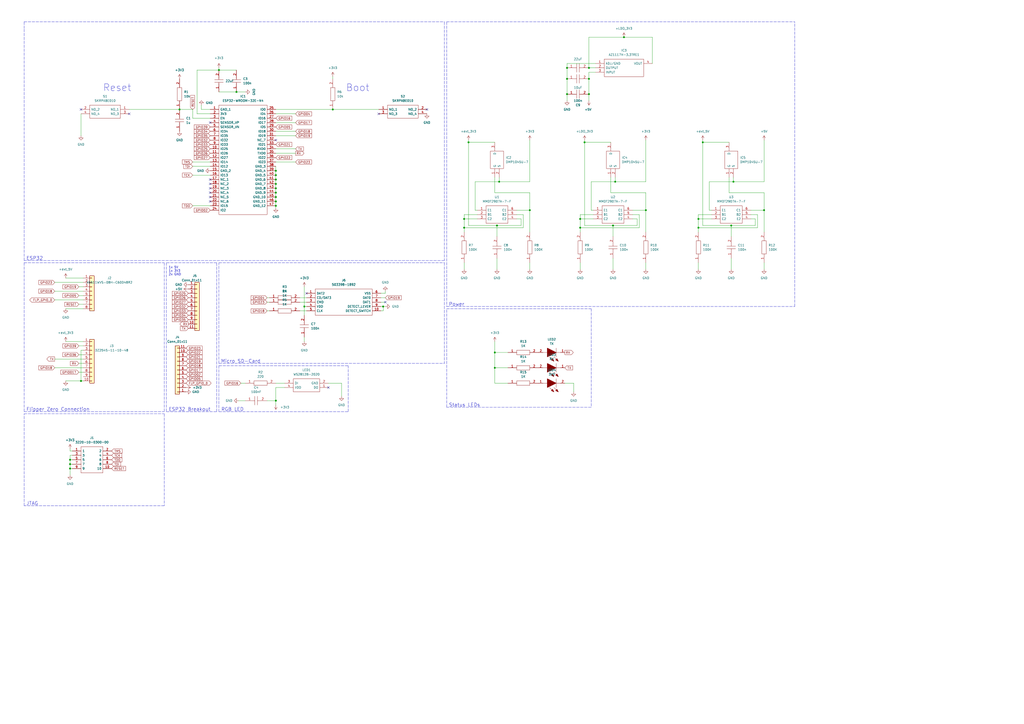
<source format=kicad_sch>
(kicad_sch (version 20211123) (generator eeschema)
  (paper "A2")
  (title_block (title "ESP") (date "2022-12-07") (rev "V0.1.0") (company "JustCallMeKoko & trisp3ar"))
  (lib_symbols
    (symbol "+3V3_1" (power) (pin_names (offset 0))
      (property "Value" "+LDO_3V3" (at 0 5.08 0))
      (symbol "+3V3_1_1_1"
        (pin power_in line (at 0 0 90) (length 0) hide (name "+LDO_3V3") (number "1"))
      )
    )
    (symbol "+3V3_2" (power) (pin_names (offset 0))
      (property "Value" "+3V3_2" (at 0 5.08 0))
      (symbol "+3V3_2_1_1"
        (pin power_in line (at 0 0 90) (length 0) hide (name "+LDO_3V3") (number "1"))
      )
    )
    (symbol "+5V_1" (power) (pin_names (offset 0))
      (property "Value" "+ext_5V" (at 0 5.08 0))
      (symbol "+5V_1_1_1"
        (pin power_in line (at 0 0 90) (length 0) hide (name "+ext_5V") (number "1"))
      )
    )
    (symbol "Connector_Generic:Conn_01x08" (pin_names (offset 1.016) hide)
      (property "Reference" "J" (at 0 10.16 0))
      (property "Value" "Conn_01x08" (at 0 -12.7 0))
      (symbol "Conn_01x08_1_1"
        (pin passive line (at -5.08 7.62 0) (length 3.81) (name "Pin_1") (number "1"))
        (pin passive line (at -5.08 5.08 0) (length 3.81) (name "Pin_2") (number "2"))
        (pin passive line (at -5.08 2.54 0) (length 3.81) (name "Pin_3") (number "3"))
        (pin passive line (at -5.08 0 0) (length 3.81) (name "Pin_4") (number "4"))
        (pin passive line (at -5.08 -2.54 0) (length 3.81) (name "Pin_5") (number "5"))
        (pin passive line (at -5.08 -5.08 0) (length 3.81) (name "Pin_6") (number "6"))
        (pin passive line (at -5.08 -7.62 0) (length 3.81) (name "Pin_7") (number "7"))
        (pin passive line (at -5.08 -10.16 0) (length 3.81) (name "Pin_8") (number "8"))
      )
    )
    (symbol "Connector_Generic:Conn_01x10" (pin_names (offset 1.016) hide)
      (property "Reference" "J" (at 0 12.7 0))
      (property "Value" "Conn_01x10" (at 0 -15.24 0))
      (symbol "Conn_01x10_1_1"
        (pin passive line (at -5.08 10.16 0) (length 3.81) (name "Pin_1") (number "1"))
        (pin passive line (at -5.08 -12.7 0) (length 3.81) (name "Pin_10") (number "10"))
        (pin passive line (at -5.08 7.62 0) (length 3.81) (name "Pin_2") (number "2"))
        (pin passive line (at -5.08 5.08 0) (length 3.81) (name "Pin_3") (number "3"))
        (pin passive line (at -5.08 2.54 0) (length 3.81) (name "Pin_4") (number "4"))
        (pin passive line (at -5.08 0 0) (length 3.81) (name "Pin_5") (number "5"))
        (pin passive line (at -5.08 -2.54 0) (length 3.81) (name "Pin_6") (number "6"))
        (pin passive line (at -5.08 -5.08 0) (length 3.81) (name "Pin_7") (number "7"))
        (pin passive line (at -5.08 -7.62 0) (length 3.81) (name "Pin_8") (number "8"))
        (pin passive line (at -5.08 -10.16 0) (length 3.81) (name "Pin_9") (number "9"))
      )
    )
    (symbol "Connector_Generic:Conn_01x11" (pin_names (offset 1.016) hide)
      (property "Reference" "J" (at 0 15.24 0))
      (property "Value" "Conn_01x11" (at 0 -15.24 0))
      (symbol "Conn_01x11_1_1"
        (pin passive line (at -5.08 12.7 0) (length 3.81) (name "Pin_1") (number "1"))
        (pin passive line (at -5.08 -10.16 0) (length 3.81) (name "Pin_10") (number "10"))
        (pin passive line (at -5.08 -12.7 0) (length 3.81) (name "Pin_11") (number "11"))
        (pin passive line (at -5.08 10.16 0) (length 3.81) (name "Pin_2") (number "2"))
        (pin passive line (at -5.08 7.62 0) (length 3.81) (name "Pin_3") (number "3"))
        (pin passive line (at -5.08 5.08 0) (length 3.81) (name "Pin_4") (number "4"))
        (pin passive line (at -5.08 2.54 0) (length 3.81) (name "Pin_5") (number "5"))
        (pin passive line (at -5.08 0 0) (length 3.81) (name "Pin_6") (number "6"))
        (pin passive line (at -5.08 -2.54 0) (length 3.81) (name "Pin_7") (number "7"))
        (pin passive line (at -5.08 -5.08 0) (length 3.81) (name "Pin_8") (number "8"))
        (pin passive line (at -5.08 -7.62 0) (length 3.81) (name "Pin_9") (number "9"))
      )
    )
    (symbol "SamacSys_Parts:19-217_R6C-AL1M2VY_3T" (pin_names (offset 0.762))
      (property "Reference" "LED" (at 12.7 8.89 0))
      (property "Value" "19-217_R6C-AL1M2VY_3T" (at 12.7 6.35 0))
      (symbol "19-217_R6C-AL1M2VY_3T_0_0"
        (pin passive line (at 15.24 0 180) (length 2.54) (name "~") (number "1"))
        (pin passive line (at 0 0 0) (length 2.54) (name "~") (number "2"))
      )
    )
    (symbol "SamacSys_Parts:19-217_Y5C-AP1Q2_3T" (pin_names (offset 0.762))
      (property "Reference" "LED" (at 12.7 8.89 0))
      (property "Value" "19-217_Y5C-AP1Q2_3T" (at 12.7 6.35 0))
      (symbol "19-217_Y5C-AP1Q2_3T_0_0"
        (pin passive line (at 0 0 0) (length 2.54) (name "~") (number "1"))
        (pin passive line (at 15.24 0 180) (length 2.54) (name "~") (number "2"))
      )
    )
    (symbol "SamacSys_Parts:3220-10-0300-00" (pin_names (offset 0.762))
      (property "Reference" "J" (at 19.05 7.62 0))
      (property "Value" "3220-10-0300-00" (at 19.05 5.08 0))
      (symbol "3220-10-0300-00_0_0"
        (pin passive line (at 0 0 0) (length 5.08) (name "1") (number "1"))
        (pin passive line (at 22.86 -10.16 180) (length 5.08) (name "10") (number "10"))
        (pin passive line (at 22.86 0 180) (length 5.08) (name "2") (number "2"))
        (pin passive line (at 0 -2.54 0) (length 5.08) (name "3") (number "3"))
        (pin passive line (at 22.86 -2.54 180) (length 5.08) (name "4") (number "4"))
        (pin passive line (at 0 -5.08 0) (length 5.08) (name "5") (number "5"))
        (pin passive line (at 22.86 -5.08 180) (length 5.08) (name "6") (number "6"))
        (pin passive line (at 0 -7.62 0) (length 5.08) (name "7") (number "7"))
        (pin passive line (at 22.86 -7.62 180) (length 5.08) (name "8") (number "8"))
        (pin passive line (at 0 -10.16 0) (length 5.08) (name "9") (number "9"))
      )
    )
    (symbol "SamacSys_Parts:503398-1892" (pin_names (offset 0.762))
      (property "Reference" "J" (at 39.37 7.62 0))
      (property "Value" "503398-1892" (at 39.37 5.08 0))
      (symbol "503398-1892_0_0"
        (pin passive line (at 0 0 0) (length 5.08) (name "DAT2") (number "1"))
        (pin passive line (at 43.18 -10.16 180) (length 5.08) (name "DETECT_SWITCH") (number "10"))
        (pin passive line (at 0 -2.54 0) (length 5.08) (name "CD/DAT3") (number "2"))
        (pin passive line (at 0 -5.08 0) (length 5.08) (name "CMD") (number "3"))
        (pin passive line (at 0 -7.62 0) (length 5.08) (name "VDD") (number "4"))
        (pin passive line (at 0 -10.16 0) (length 5.08) (name "CLK") (number "5"))
        (pin passive line (at 43.18 0 180) (length 5.08) (name "VSS") (number "6"))
        (pin passive line (at 43.18 -2.54 180) (length 5.08) (name "DAT0") (number "7"))
        (pin passive line (at 43.18 -5.08 180) (length 5.08) (name "DAT1") (number "8"))
        (pin passive line (at 43.18 -7.62 180) (length 5.08) (name "DETECT_LEVER") (number "9"))
      )
    )
    (symbol "SamacSys_Parts:AZ1117H-3.3TRE1" (pin_names (offset 0.762))
      (property "Reference" "IC" (at 29.21 7.62 0))
      (property "Value" "AZ1117H-3.3TRE1" (at 29.21 5.08 0))
      (symbol "AZ1117H-3.3TRE1_0_0"
        (pin passive line (at 0 0 0) (length 5.08) (name "ADJ/GND") (number "1"))
        (pin passive line (at 0 -2.54 0) (length 5.08) (name "OUTPUT") (number "2"))
        (pin passive line (at 0 -5.08 0) (length 5.08) (name "INPUT") (number "3"))
        (pin passive line (at 33.02 0 180) (length 5.08) (name "VOUT") (number "4"))
      )
    )
    (symbol "SamacSys_Parts:CC0402KRX7R7BB104" (pin_names (offset 0.762))
      (property "Reference" "C" (at 8.89 6.35 0))
      (property "Value" "CC0402KRX7R7BB104" (at 8.89 3.81 0))
      (symbol "CC0402KRX7R7BB104_0_0"
        (pin passive line (at 0 0 0) (length 5.08) (name "~") (number "1"))
        (pin passive line (at 12.7 0 180) (length 5.08) (name "~") (number "2"))
      )
    )
    (symbol "SamacSys_Parts:CL05A105KA5NQNC" (pin_names (offset 0.762))
      (property "Reference" "C" (at 8.89 6.35 0))
      (property "Value" "CL05A105KA5NQNC" (at 8.89 3.81 0))
      (symbol "CL05A105KA5NQNC_0_0"
        (pin passive line (at 0 0 0) (length 5.08) (name "~") (number "1"))
        (pin passive line (at 12.7 0 180) (length 5.08) (name "~") (number "2"))
      )
    )
    (symbol "SamacSys_Parts:CL05A106MQ5NUNC" (pin_names (offset 0.762))
      (property "Reference" "C" (at 8.89 6.35 0))
      (property "Value" "CL05A106MQ5NUNC" (at 8.89 3.81 0))
      (symbol "CL05A106MQ5NUNC_0_0"
        (pin passive line (at 0 0 0) (length 5.08) (name "~") (number "1"))
        (pin passive line (at 12.7 0 180) (length 5.08) (name "~") (number "2"))
      )
    )
    (symbol "SamacSys_Parts:CL05B104KO5NNNC" (pin_names (offset 0.762))
      (property "Reference" "C" (at 8.89 6.35 0))
      (property "Value" "CL05B104KO5NNNC" (at 8.89 3.81 0))
      (symbol "CL05B104KO5NNNC_0_0"
        (pin passive line (at 0 0 0) (length 5.08) (name "~") (number "1"))
        (pin passive line (at 12.7 0 180) (length 5.08) (name "~") (number "2"))
      )
    )
    (symbol "SamacSys_Parts:CM05X5R226M06AH080" (pin_names (offset 0.762))
      (property "Reference" "C" (at 8.89 6.35 0))
      (property "Value" "CM05X5R226M06AH080" (at 8.89 3.81 0))
      (symbol "CM05X5R226M06AH080_0_0"
        (pin passive line (at 0 0 0) (length 5.08) (name "~") (number "1"))
        (pin passive line (at 12.7 0 180) (length 5.08) (name "~") (number "2"))
      )
    )
    (symbol "SamacSys_Parts:DMP1045U-7" (pin_names (offset 0.762))
      (property "Reference" "IC" (at 16.51 7.62 0))
      (property "Value" "DMP1045U-7" (at 16.51 5.08 0))
      (symbol "DMP1045U-7_0_0"
        (pin passive line (at 0 0 0) (length 5.08) (name "G") (number "1"))
        (pin passive line (at 0 -2.54 0) (length 5.08) (name "S") (number "2"))
        (pin passive line (at 20.32 0 180) (length 5.08) (name "D") (number "3"))
      )
    )
    (symbol "SamacSys_Parts:ESP32-WROOM-32E-N4" (pin_names (offset 0.762))
      (property "Reference" "IC" (at 34.29 7.62 0))
      (property "Value" "ESP32-WROOM-32E-N4" (at 34.29 5.08 0))
      (symbol "ESP32-WROOM-32E-N4_0_0"
        (pin passive line (at 0 0 0) (length 5.08) (name "GND_1") (number "1"))
        (pin passive line (at 0 -22.86 0) (length 5.08) (name "IO25") (number "10"))
        (pin passive line (at 0 -25.4 0) (length 5.08) (name "IO26") (number "11"))
        (pin passive line (at 0 -27.94 0) (length 5.08) (name "IO27") (number "12"))
        (pin passive line (at 0 -30.48 0) (length 5.08) (name "IO14") (number "13"))
        (pin passive line (at 0 -33.02 0) (length 5.08) (name "IO12") (number "14"))
        (pin passive line (at 0 -35.56 0) (length 5.08) (name "GND_2") (number "15"))
        (pin passive line (at 0 -38.1 0) (length 5.08) (name "IO13") (number "16"))
        (pin passive line (at 0 -40.64 0) (length 5.08) (name "NC_1") (number "17"))
        (pin passive line (at 0 -43.18 0) (length 5.08) (name "NC_2") (number "18"))
        (pin passive line (at 0 -45.72 0) (length 5.08) (name "NC_3") (number "19"))
        (pin passive line (at 0 -2.54 0) (length 5.08) (name "3V3") (number "2"))
        (pin passive line (at 0 -48.26 0) (length 5.08) (name "NC_4") (number "20"))
        (pin passive line (at 0 -50.8 0) (length 5.08) (name "NC_5") (number "21"))
        (pin passive line (at 0 -53.34 0) (length 5.08) (name "NC_6") (number "22"))
        (pin passive line (at 0 -55.88 0) (length 5.08) (name "IO15") (number "23"))
        (pin passive line (at 0 -58.42 0) (length 5.08) (name "IO2") (number "24"))
        (pin passive line (at 38.1 0 180) (length 5.08) (name "IO0") (number "25"))
        (pin passive line (at 38.1 -2.54 180) (length 5.08) (name "IO4") (number "26"))
        (pin passive line (at 38.1 -5.08 180) (length 5.08) (name "IO16") (number "27"))
        (pin passive line (at 38.1 -7.62 180) (length 5.08) (name "IO17") (number "28"))
        (pin passive line (at 38.1 -10.16 180) (length 5.08) (name "IO5") (number "29"))
        (pin passive line (at 0 -5.08 0) (length 5.08) (name "EN") (number "3"))
        (pin passive line (at 38.1 -12.7 180) (length 5.08) (name "IO18") (number "30"))
        (pin passive line (at 38.1 -15.24 180) (length 5.08) (name "IO19") (number "31"))
        (pin passive line (at 38.1 -17.78 180) (length 5.08) (name "NC_7") (number "32"))
        (pin passive line (at 38.1 -20.32 180) (length 5.08) (name "IO21") (number "33"))
        (pin passive line (at 38.1 -22.86 180) (length 5.08) (name "RXD0") (number "34"))
        (pin passive line (at 38.1 -25.4 180) (length 5.08) (name "TXD0") (number "35"))
        (pin passive line (at 38.1 -27.94 180) (length 5.08) (name "IO22") (number "36"))
        (pin passive line (at 38.1 -30.48 180) (length 5.08) (name "IO23") (number "37"))
        (pin passive line (at 38.1 -33.02 180) (length 5.08) (name "GND_3") (number "38"))
        (pin passive line (at 38.1 -35.56 180) (length 5.08) (name "GND_4") (number "39"))
        (pin passive line (at 0 -7.62 0) (length 5.08) (name "SENSOR_VP") (number "4"))
        (pin passive line (at 38.1 -38.1 180) (length 5.08) (name "GND_5") (number "40"))
        (pin passive line (at 38.1 -40.64 180) (length 5.08) (name "GND_6") (number "41"))
        (pin passive line (at 38.1 -43.18 180) (length 5.08) (name "GND_7") (number "42"))
        (pin passive line (at 38.1 -45.72 180) (length 5.08) (name "GND_8") (number "43"))
        (pin passive line (at 38.1 -48.26 180) (length 5.08) (name "GND_9") (number "44"))
        (pin passive line (at 38.1 -50.8 180) (length 5.08) (name "GND_10") (number "45"))
        (pin passive line (at 38.1 -53.34 180) (length 5.08) (name "GND_11") (number "46"))
        (pin passive line (at 38.1 -55.88 180) (length 5.08) (name "GND_12") (number "47"))
        (pin passive line (at 0 -10.16 0) (length 5.08) (name "SENSOR_VN") (number "5"))
        (pin passive line (at 0 -12.7 0) (length 5.08) (name "IO34") (number "6"))
        (pin passive line (at 0 -15.24 0) (length 5.08) (name "IO35") (number "7"))
        (pin passive line (at 0 -17.78 0) (length 5.08) (name "IO32") (number "8"))
        (pin passive line (at 0 -20.32 0) (length 5.08) (name "IO33") (number "9"))
      )
    )
    (symbol "SamacSys_Parts:MMDT2907A-7-F" (pin_names (offset 0.762))
      (property "Reference" "U" (at 19.05 7.62 0))
      (property "Value" "MMDT2907A-7-F" (at 19.05 5.08 0))
      (symbol "MMDT2907A-7-F_0_0"
        (pin passive line (at 0 0 0) (length 5.08) (name "E1") (number "1"))
        (pin passive line (at 0 -2.54 0) (length 5.08) (name "B1") (number "2"))
        (pin passive line (at 0 -5.08 0) (length 5.08) (name "C2") (number "3"))
        (pin passive line (at 22.86 -5.08 180) (length 5.08) (name "E2") (number "4"))
        (pin passive line (at 22.86 -2.54 180) (length 5.08) (name "B2") (number "5"))
        (pin passive line (at 22.86 0 180) (length 5.08) (name "C1") (number "6"))
      )
    )
    (symbol "SamacSys_Parts:RC0402FR-07100KL" (pin_names (offset 0.762))
      (property "Reference" "R" (at 13.97 6.35 0))
      (property "Value" "RC0402FR-07100KL" (at 13.97 3.81 0))
      (symbol "RC0402FR-07100KL_0_0"
        (pin passive line (at 0 0 0) (length 5.08) (name "~") (number "1"))
        (pin passive line (at 17.78 0 180) (length 5.08) (name "~") (number "2"))
      )
    )
    (symbol "SamacSys_Parts:RC0402FR-0710KL" (pin_names (offset 0.762))
      (property "Reference" "R" (at 13.97 6.35 0))
      (property "Value" "RC0402FR-0710KL" (at 13.97 3.81 0))
      (symbol "RC0402FR-0710KL_0_0"
        (pin passive line (at 0 0 0) (length 5.08) (name "~") (number "1"))
        (pin passive line (at 17.78 0 180) (length 5.08) (name "~") (number "2"))
      )
    )
    (symbol "SamacSys_Parts:RC0402FR-071KL" (pin_names (offset 0.762))
      (property "Reference" "R" (at 13.97 6.35 0))
      (property "Value" "RC0402FR-071KL" (at 13.97 3.81 0))
      (symbol "RC0402FR-071KL_0_0"
        (pin passive line (at 0 0 0) (length 5.08) (name "~") (number "1"))
        (pin passive line (at 17.78 0 180) (length 5.08) (name "~") (number "2"))
      )
    )
    (symbol "SamacSys_Parts:RC0402FR-07220RL" (pin_names (offset 0.762))
      (property "Reference" "R" (at 13.97 6.35 0))
      (property "Value" "RC0402FR-07220RL" (at 13.97 3.81 0))
      (symbol "RC0402FR-07220RL_0_0"
        (pin passive line (at 0 0 0) (length 5.08) (name "~") (number "1"))
        (pin passive line (at 17.78 0 180) (length 5.08) (name "~") (number "2"))
      )
    )
    (symbol "SamacSys_Parts:SKRPABE010" (pin_names (offset 0.762))
      (property "Reference" "S" (at 24.13 7.62 0))
      (property "Value" "SKRPABE010" (at 24.13 5.08 0))
      (symbol "SKRPABE010_0_0"
        (pin passive line (at 0 0 0) (length 5.08) (name "NO_1") (number "1"))
        (pin passive line (at 27.94 0 180) (length 5.08) (name "NO_2") (number "2"))
        (pin passive line (at 0 -2.54 0) (length 5.08) (name "NO_3") (number "3"))
        (pin passive line (at 27.94 -2.54 180) (length 5.08) (name "NO_4") (number "4"))
      )
    )
    (symbol "SamacSys_Parts:WS2812B-2020" (pin_names (offset 0.762))
      (property "Reference" "LED" (at 21.59 7.62 0))
      (property "Value" "WS2812B-2020" (at 21.59 5.08 0))
      (symbol "WS2812B-2020_0_0"
        (pin passive line (at 25.4 -2.54 180) (length 5.08) (name "DO") (number "1"))
        (pin passive line (at 25.4 0 180) (length 5.08) (name "GND") (number "2"))
        (pin passive line (at 0 0 0) (length 5.08) (name "DI") (number "3"))
        (pin passive line (at 0 -2.54 0) (length 5.08) (name "VDD") (number "4"))
      )
    )
    (symbol "power:+3V3" (power) (pin_names (offset 0))
      (property "Value" "+3V3" (at 0 3.556 0))
      (symbol "+3V3_1_1"
        (pin power_in line (at 0 0 90) (length 0) hide (name "+3V3") (number "1"))
      )
    )
    (symbol "power:+5V" (power) (pin_names (offset 0))
      (property "Value" "+5V" (at 0 3.556 0))
      (symbol "+5V_1_1"
        (pin power_in line (at 0 0 90) (length 0) hide (name "+5V") (number "1"))
      )
    )
    (symbol "power:+ext_3V3" (power) (pin_names (offset 0))
      (property "Value" "+ext_3V3" (at 0 5.08 0))
      (symbol "+ext_3V3_1_1"
        (pin power_in line (at 0 0 90) (length 0) hide (name "+ext_3V3") (number "1"))
      )
    )
    (symbol "power:GND" (power) (pin_names (offset 0))
      (property "Value" "GND" (at 0 -3.81 0))
      (symbol "GND_1_1"
        (pin power_in line (at 0 0 270) (length 0) hide (name "GND") (number "1"))
      )
    )
  )
  (junction (at 307.34 121.92))
  (junction (at 405.13 127))
  (junction (at 127 40.64))
  (junction (at 160.02 111.76))
  (junction (at 405.13 132.08))
  (junction (at 160.02 104.14))
  (junction (at 160.02 106.68))
  (junction (at 443.23 121.92))
  (junction (at 341.63 45.72))
  (junction (at 269.24 127))
  (junction (at 288.29 130.81))
  (junction (at 40.64 269.24))
  (junction (at 355.6 130.81))
  (junction (at 289.56 105.41))
  (junction (at 104.14 63.5))
  (junction (at 374.65 121.92))
  (junction (at 222.25 177.8))
  (junction (at 425.45 105.41))
  (junction (at 269.24 132.08))
  (junction (at 160.02 99.06))
  (junction (at 339.09 82.55))
  (junction (at 271.78 82.55))
  (junction (at 336.55 132.08))
  (junction (at 424.18 130.81))
  (junction (at 407.67 82.55))
  (junction (at 160.02 101.6))
  (junction (at 160.02 109.22))
  (junction (at 160.02 114.3))
  (junction (at 361.95 21.59))
  (junction (at 193.04 63.5))
  (junction (at 287.02 213.36))
  (junction (at 356.87 105.41))
  (junction (at 40.64 271.78))
  (junction (at 328.93 45.72))
  (junction (at 40.64 266.7))
  (junction (at 328.93 54.61))
  (junction (at 160.02 116.84))
  (junction (at 137.16 53.34))
  (junction (at 176.53 177.8))
  (junction (at 341.63 39.37))
  (junction (at 341.63 54.61))
  (junction (at 336.55 127))
  (junction (at 328.93 39.37))
  (junction (at 46.99 220.98))
  (junction (at 160.02 119.38))
  (junction (at 287.02 204.47))
  (junction (at 160.02 232.41))
  (no_connect (at 223.52 175.26))
  (no_connect (at 190.5 224.79))
  (no_connect (at 121.92 104.14))
  (no_connect (at 121.92 106.68))
  (no_connect (at 121.92 109.22))
  (no_connect (at 121.92 114.3))
  (no_connect (at 121.92 116.84))
  (no_connect (at 121.92 111.76))
  (no_connect (at 121.92 71.12))
  (no_connect (at 160.02 81.28))
  (no_connect (at 177.8 170.18))
  (no_connect (at 219.71 66.04))
  (no_connect (at 247.65 63.5))
  (no_connect (at 46.99 63.5))
  (no_connect (at 74.93 66.04))
  (wire (pts (xy 405.13 127) (xy 412.75 127)))
  (wire (pts (xy 287.02 198.12) (xy 287.02 204.47)))
  (wire (pts (xy 41.91 264.16) (xy 40.64 264.16)))
  (wire (pts (xy 160.02 232.41) (xy 160.02 234.95)))
  (polyline (pts (xy 95.25 240.03) (xy 95.25 293.37)))
  (wire (pts (xy 160.02 99.06) (xy 160.02 101.6)))
  (wire (pts (xy 31.75 173.99) (xy 48.26 173.99)))
  (wire (pts (xy 307.34 105.41) (xy 289.56 105.41)))
  (wire (pts (xy 307.34 111.76) (xy 307.34 121.92)))
  (wire (pts (xy 121.92 66.04) (xy 114.3 66.04)))
  (wire (pts (xy 40.64 266.7) (xy 40.64 269.24)))
  (wire (pts (xy 443.23 105.41) (xy 425.45 105.41)))
  (wire (pts (xy 341.63 45.72) (xy 341.63 54.61)))
  (wire (pts (xy 289.56 105.41) (xy 289.56 102.87)))
  (polyline (pts (xy 13.97 293.37) (xy 13.97 240.03)))
  (wire (pts (xy 307.34 152.4) (xy 307.34 156.21)))
  (wire (pts (xy 160.02 111.76) (xy 160.02 109.22)))
  (wire (pts (xy 127 53.34) (xy 137.16 53.34)))
  (wire (pts (xy 220.98 172.72) (xy 223.52 172.72)))
  (wire (pts (xy 271.78 82.55) (xy 287.02 82.55)))
  (wire (pts (xy 411.48 121.92) (xy 411.48 105.41)))
  (wire (pts (xy 287.02 111.76) (xy 307.34 111.76)))
  (wire (pts (xy 407.67 130.81) (xy 407.67 82.55)))
  (wire (pts (xy 45.72 176.53) (xy 48.26 176.53)))
  (wire (pts (xy 367.03 124.46) (xy 370.84 124.46)))
  (wire (pts (xy 139.7 222.25) (xy 142.24 222.25)))
  (wire (pts (xy 160.02 114.3) (xy 160.02 111.76)))
  (wire (pts (xy 344.17 124.46) (xy 336.55 124.46)))
  (wire (pts (xy 307.34 81.28) (xy 307.34 105.41)))
  (wire (pts (xy 299.72 124.46) (xy 303.53 124.46)))
  (wire (pts (xy 328.93 45.72) (xy 328.93 54.61)))
  (wire (pts (xy 342.9 121.92) (xy 342.9 105.41)))
  (wire (pts (xy 341.63 39.37) (xy 341.63 21.59)))
  (wire (pts (xy 160.02 116.84) (xy 160.02 119.38)))
  (wire (pts (xy 339.09 130.81) (xy 339.09 82.55)))
  (wire (pts (xy 422.91 111.76) (xy 443.23 111.76)))
  (polyline (pts (xy 257.81 152.4) (xy 257.81 210.82)))
  (wire (pts (xy 336.55 132.08) (xy 336.55 134.62)))
  (polyline (pts (xy 13.97 152.4) (xy 13.97 238.76)))
  (wire (pts (xy 74.93 63.5) (xy 104.14 63.5)))
  (wire (pts (xy 355.6 130.81) (xy 355.6 137.16)))
  (wire (pts (xy 302.26 127) (xy 302.26 130.81)))
  (wire (pts (xy 45.72 210.82) (xy 48.26 210.82)))
  (wire (pts (xy 288.29 130.81) (xy 288.29 137.16)))
  (wire (pts (xy 407.67 82.55) (xy 422.91 82.55)))
  (wire (pts (xy 354.33 111.76) (xy 374.65 111.76)))
  (polyline (pts (xy 259.08 236.22) (xy 259.08 179.07)))
  (wire (pts (xy 160.02 66.04) (xy 171.45 66.04)))
  (wire (pts (xy 154.94 232.41) (xy 160.02 232.41)))
  (wire (pts (xy 176.53 198.12) (xy 176.53 195.58)))
  (wire (pts (xy 269.24 127) (xy 269.24 132.08)))
  (wire (pts (xy 374.65 111.76) (xy 374.65 121.92)))
  (wire (pts (xy 269.24 132.08) (xy 269.24 134.62)))
  (wire (pts (xy 287.02 102.87) (xy 287.02 111.76)))
  (wire (pts (xy 369.57 130.81) (xy 355.6 130.81)))
  (wire (pts (xy 287.02 204.47) (xy 287.02 213.36)))
  (polyline (pts (xy 96.52 238.76) (xy 125.73 238.76)))
  (wire (pts (xy 160.02 119.38) (xy 160.02 120.65)))
  (wire (pts (xy 407.67 81.28) (xy 407.67 82.55)))
  (wire (pts (xy 374.65 81.28) (xy 374.65 105.41)))
  (wire (pts (xy 111.76 63.5) (xy 104.14 63.5)))
  (polyline (pts (xy 127 212.09) (xy 201.93 212.09)))
  (wire (pts (xy 41.91 261.62) (xy 40.64 261.62)))
  (wire (pts (xy 121.92 68.58) (xy 111.76 68.58)))
  (polyline (pts (xy 259.08 179.07) (xy 342.9 179.07)))
  (wire (pts (xy 276.86 124.46) (xy 269.24 124.46)))
  (wire (pts (xy 160.02 88.9) (xy 171.45 88.9)))
  (wire (pts (xy 40.64 269.24) (xy 40.64 271.78)))
  (wire (pts (xy 336.55 127) (xy 344.17 127)))
  (wire (pts (xy 336.55 152.4) (xy 336.55 156.21)))
  (wire (pts (xy 339.09 82.55) (xy 354.33 82.55)))
  (wire (pts (xy 45.72 215.9) (xy 48.26 215.9)))
  (wire (pts (xy 378.46 36.83) (xy 378.46 21.59)))
  (wire (pts (xy 45.72 200.66) (xy 48.26 200.66)))
  (wire (pts (xy 160.02 224.79) (xy 160.02 232.41)))
  (wire (pts (xy 341.63 21.59) (xy 361.95 21.59)))
  (wire (pts (xy 303.53 132.08) (xy 269.24 132.08)))
  (wire (pts (xy 271.78 81.28) (xy 271.78 82.55)))
  (polyline (pts (xy 125.73 238.76) (xy 125.73 152.4)))
  (wire (pts (xy 38.1 179.07) (xy 48.26 179.07)))
  (wire (pts (xy 114.3 66.04) (xy 114.3 40.64)))
  (wire (pts (xy 412.75 121.92) (xy 411.48 121.92)))
  (polyline (pts (xy 127 210.82) (xy 127 152.4)))
  (wire (pts (xy 173.99 172.72) (xy 177.8 172.72)))
  (polyline (pts (xy 127 152.4) (xy 257.81 152.4)))
  (wire (pts (xy 438.15 127) (xy 438.15 130.81)))
  (wire (pts (xy 370.84 124.46) (xy 370.84 132.08)))
  (polyline (pts (xy 96.52 152.4) (xy 96.52 238.76)))
  (wire (pts (xy 374.65 121.92) (xy 367.03 121.92)))
  (wire (pts (xy 165.1 224.79) (xy 160.02 224.79)))
  (wire (pts (xy 114.3 40.64) (xy 127 40.64)))
  (wire (pts (xy 160.02 76.2) (xy 171.45 76.2)))
  (wire (pts (xy 111.76 101.6) (xy 121.92 101.6)))
  (wire (pts (xy 425.45 105.41) (xy 425.45 102.87)))
  (polyline (pts (xy 127 210.82) (xy 257.81 210.82)))
  (wire (pts (xy 303.53 124.46) (xy 303.53 132.08)))
  (wire (pts (xy 220.98 180.34) (xy 222.25 180.34)))
  (wire (pts (xy 220.98 175.26) (xy 223.52 175.26)))
  (wire (pts (xy 154.94 175.26) (xy 156.21 175.26)))
  (wire (pts (xy 354.33 102.87) (xy 354.33 111.76)))
  (wire (pts (xy 111.76 119.38) (xy 121.92 119.38)))
  (wire (pts (xy 190.5 222.25) (xy 198.12 222.25)))
  (wire (pts (xy 342.9 105.41) (xy 356.87 105.41)))
  (wire (pts (xy 45.72 205.74) (xy 48.26 205.74)))
  (polyline (pts (xy 127 212.09) (xy 127 238.76)))
  (wire (pts (xy 443.23 121.92) (xy 435.61 121.92)))
  (wire (pts (xy 275.59 105.41) (xy 289.56 105.41)))
  (wire (pts (xy 46.99 220.98) (xy 48.26 220.98)))
  (wire (pts (xy 111.76 96.52) (xy 121.92 96.52)))
  (wire (pts (xy 367.03 127) (xy 369.57 127)))
  (wire (pts (xy 345.44 39.37) (xy 341.63 39.37)))
  (wire (pts (xy 287.02 204.47) (xy 294.64 204.47)))
  (wire (pts (xy 160.02 104.14) (xy 160.02 106.68)))
  (wire (pts (xy 138.43 232.41) (xy 142.24 232.41)))
  (wire (pts (xy 111.76 93.98) (xy 121.92 93.98)))
  (wire (pts (xy 160.02 114.3) (xy 160.02 116.84)))
  (wire (pts (xy 411.48 105.41) (xy 425.45 105.41)))
  (wire (pts (xy 307.34 134.62) (xy 307.34 121.92)))
  (wire (pts (xy 160.02 101.6) (xy 160.02 104.14)))
  (wire (pts (xy 222.25 177.8) (xy 223.52 177.8)))
  (wire (pts (xy 223.52 170.18) (xy 223.52 168.91)))
  (wire (pts (xy 116.84 60.96) (xy 116.84 63.5)))
  (wire (pts (xy 378.46 21.59) (xy 361.95 21.59)))
  (wire (pts (xy 438.15 130.81) (xy 424.18 130.81)))
  (polyline (pts (xy 257.81 151.13) (xy 13.97 151.13)))
  (wire (pts (xy 405.13 127) (xy 405.13 132.08)))
  (wire (pts (xy 374.65 105.41) (xy 356.87 105.41)))
  (wire (pts (xy 443.23 134.62) (xy 443.23 121.92)))
  (wire (pts (xy 439.42 132.08) (xy 405.13 132.08)))
  (wire (pts (xy 127 39.37) (xy 127 40.64)))
  (wire (pts (xy 176.53 177.8) (xy 177.8 177.8)))
  (polyline (pts (xy 13.97 151.13) (xy 13.97 16.51)))
  (polyline (pts (xy 127 238.76) (xy 201.93 238.76)))
  (wire (pts (xy 160.02 106.68) (xy 160.02 109.22)))
  (wire (pts (xy 48.26 203.2) (xy 46.99 203.2)))
  (wire (pts (xy 38.1 198.12) (xy 48.26 198.12)))
  (wire (pts (xy 405.13 152.4) (xy 405.13 156.21)))
  (wire (pts (xy 40.64 264.16) (xy 40.64 266.7)))
  (polyline (pts (xy 257.81 12.7) (xy 257.81 151.13)))
  (wire (pts (xy 288.29 130.81) (xy 271.78 130.81)))
  (polyline (pts (xy 13.97 12.7) (xy 13.97 16.51)))
  (wire (pts (xy 40.64 261.62) (xy 40.64 260.35)))
  (wire (pts (xy 38.1 161.29) (xy 48.26 161.29)))
  (wire (pts (xy 405.13 124.46) (xy 405.13 127)))
  (wire (pts (xy 443.23 152.4) (xy 443.23 156.21)))
  (wire (pts (xy 160.02 63.5) (xy 193.04 63.5)))
  (wire (pts (xy 31.75 163.83) (xy 48.26 163.83)))
  (wire (pts (xy 31.75 168.91) (xy 48.26 168.91)))
  (wire (pts (xy 269.24 152.4) (xy 269.24 156.21)))
  (wire (pts (xy 176.53 166.37) (xy 176.53 177.8)))
  (wire (pts (xy 412.75 124.46) (xy 405.13 124.46)))
  (polyline (pts (xy 342.9 179.07) (xy 342.9 236.22)))
  (polyline (pts (xy 125.73 152.4) (xy 96.52 152.4)))
  (wire (pts (xy 269.24 127) (xy 276.86 127)))
  (wire (pts (xy 435.61 124.46) (xy 439.42 124.46)))
  (wire (pts (xy 374.65 152.4) (xy 374.65 156.21)))
  (wire (pts (xy 336.55 127) (xy 336.55 132.08)))
  (wire (pts (xy 38.1 220.98) (xy 46.99 220.98)))
  (wire (pts (xy 121.92 63.5) (xy 116.84 63.5)))
  (wire (pts (xy 160.02 71.12) (xy 171.45 71.12)))
  (wire (pts (xy 160.02 86.36) (xy 171.45 86.36)))
  (polyline (pts (xy 13.97 152.4) (xy 95.25 152.4)))
  (wire (pts (xy 422.91 102.87) (xy 422.91 111.76)))
  (wire (pts (xy 193.04 44.45) (xy 193.04 45.72)))
  (polyline (pts (xy 13.97 240.03) (xy 95.25 240.03)))
  (wire (pts (xy 40.64 269.24) (xy 41.91 269.24)))
  (wire (pts (xy 46.99 66.04) (xy 46.99 78.74)))
  (wire (pts (xy 424.18 149.86) (xy 424.18 156.21)))
  (wire (pts (xy 137.16 53.34) (xy 142.24 53.34)))
  (wire (pts (xy 45.72 171.45) (xy 48.26 171.45)))
  (wire (pts (xy 443.23 81.28) (xy 443.23 105.41)))
  (wire (pts (xy 302.26 130.81) (xy 288.29 130.81)))
  (wire (pts (xy 160.02 96.52) (xy 160.02 99.06)))
  (wire (pts (xy 31.75 213.36) (xy 48.26 213.36)))
  (wire (pts (xy 40.64 271.78) (xy 41.91 271.78)))
  (wire (pts (xy 332.74 222.25) (xy 332.74 227.33)))
  (wire (pts (xy 405.13 132.08) (xy 405.13 134.62)))
  (wire (pts (xy 198.12 222.25) (xy 198.12 229.87)))
  (polyline (pts (xy 259.08 177.8) (xy 461.01 177.8)))
  (polyline (pts (xy 95.25 152.4) (xy 95.25 238.76)))
  (wire (pts (xy 275.59 121.92) (xy 275.59 105.41)))
  (wire (pts (xy 220.98 177.8) (xy 222.25 177.8)))
  (wire (pts (xy 287.02 213.36) (xy 294.64 213.36)))
  (wire (pts (xy 345.44 36.83) (xy 328.93 36.83)))
  (wire (pts (xy 40.64 266.7) (xy 41.91 266.7)))
  (wire (pts (xy 173.99 180.34) (xy 177.8 180.34)))
  (wire (pts (xy 111.76 68.58) (xy 111.76 63.5)))
  (wire (pts (xy 31.75 208.28) (xy 48.26 208.28)))
  (wire (pts (xy 220.98 170.18) (xy 223.52 170.18)))
  (wire (pts (xy 287.02 213.36) (xy 287.02 222.25)))
  (polyline (pts (xy 13.97 238.76) (xy 95.25 238.76)))
  (wire (pts (xy 160.02 222.25) (xy 165.1 222.25)))
  (wire (pts (xy 173.99 175.26) (xy 177.8 175.26)))
  (polyline (pts (xy 13.97 12.7) (xy 95.25 12.7)))
  (wire (pts (xy 176.53 177.8) (xy 176.53 182.88)))
  (polyline (pts (xy 95.25 293.37) (xy 13.97 293.37)))
  (polyline (pts (xy 201.93 238.76) (xy 201.93 212.09)))
  (wire (pts (xy 328.93 36.83) (xy 328.93 39.37)))
  (polyline (pts (xy 259.08 12.7) (xy 461.01 12.7)))
  (wire (pts (xy 327.66 222.25) (xy 332.74 222.25)))
  (wire (pts (xy 355.6 130.81) (xy 339.09 130.81)))
  (wire (pts (xy 328.93 54.61) (xy 328.93 58.42)))
  (polyline (pts (xy 95.25 12.7) (xy 257.81 12.7)))
  (wire (pts (xy 439.42 124.46) (xy 439.42 132.08)))
  (wire (pts (xy 369.57 127) (xy 369.57 130.81)))
  (wire (pts (xy 424.18 130.81) (xy 407.67 130.81)))
  (wire (pts (xy 374.65 134.62) (xy 374.65 121.92)))
  (wire (pts (xy 435.61 127) (xy 438.15 127)))
  (wire (pts (xy 276.86 121.92) (xy 275.59 121.92)))
  (wire (pts (xy 271.78 130.81) (xy 271.78 82.55)))
  (wire (pts (xy 154.94 172.72) (xy 156.21 172.72)))
  (wire (pts (xy 154.94 180.34) (xy 156.21 180.34)))
  (wire (pts (xy 355.6 149.86) (xy 355.6 156.21)))
  (wire (pts (xy 288.29 149.86) (xy 288.29 156.21)))
  (polyline (pts (xy 342.9 236.22) (xy 259.08 236.22)))
  (wire (pts (xy 424.18 130.81) (xy 424.18 137.16)))
  (wire (pts (xy 356.87 105.41) (xy 356.87 102.87)))
  (wire (pts (xy 344.17 121.92) (xy 342.9 121.92)))
  (wire (pts (xy 341.63 54.61) (xy 341.63 58.42)))
  (wire (pts (xy 127 40.64) (xy 137.16 40.64)))
  (wire (pts (xy 370.84 132.08) (xy 336.55 132.08)))
  (wire (pts (xy 341.63 41.91) (xy 341.63 45.72)))
  (wire (pts (xy 339.09 81.28) (xy 339.09 82.55)))
  (wire (pts (xy 287.02 222.25) (xy 294.64 222.25)))
  (polyline (pts (xy 259.08 12.7) (xy 259.08 177.8)))
  (wire (pts (xy 222.25 177.8) (xy 222.25 180.34)))
  (wire (pts (xy 193.04 63.5) (xy 219.71 63.5)))
  (wire (pts (xy 328.93 39.37) (xy 328.93 45.72)))
  (polyline (pts (xy 461.01 177.8) (xy 461.01 12.7)))
  (wire (pts (xy 443.23 111.76) (xy 443.23 121.92)))
  (wire (pts (xy 345.44 41.91) (xy 341.63 41.91)))
  (wire (pts (xy 336.55 124.46) (xy 336.55 127)))
  (wire (pts (xy 160.02 93.98) (xy 171.45 93.98)))
  (wire (pts (xy 45.72 166.37) (xy 48.26 166.37)))
  (wire (pts (xy 299.72 127) (xy 302.26 127)))
  (wire (pts (xy 160.02 78.74) (xy 171.45 78.74)))
  (wire (pts (xy 46.99 203.2) (xy 46.99 220.98)))
  (wire (pts (xy 269.24 124.46) (xy 269.24 127)))
  (wire (pts (xy 40.64 271.78) (xy 40.64 275.59)))
  (wire (pts (xy 307.34 121.92) (xy 299.72 121.92)))
  (text "ESP32 Breakout" (at 97.79 238.76 0) (effects (font (size 2 2)) (justify left bottom)))
  (text "Status LEDs	" (at 260.35 236.22 0) (effects (font (size 2 2)) (justify left bottom)))
  (text "Boot" (at 200.66 53.34 0) (effects (font (size 4 4)) (justify left bottom)))
  (text "Micro SD-Card" (at 151.13 210.82 180) (effects (font (size 2 2)) (justify right bottom)))
  (text "1x 5V\n1x 3V3\n2x GND" (at 97.79 160.02 0) (effects (font (size 1.27 1.27)) (justify left bottom)))
  (text "Reset" (at 59.69 53.34 0) (effects (font (size 4 4)) (justify left bottom)))
  (text "Power" (at 260.35 177.8 0) (effects (font (size 2 2)) (justify left bottom)))
  (text "RGB LED\n" (at 128.27 238.76 0) (effects (font (size 2 2)) (justify left bottom)))
  (text "Flipper Zero Connection" (at 15.24 238.76 0) (effects (font (size 2 2)) (justify left bottom)))
  (text "ESP32" (at 15.24 151.13 0) (effects (font (size 2 2)) (justify left bottom)))
  (text "JTAG" (at 15.24 293.37 0) (effects (font (size 2 2)) (justify left bottom)))
  (global_label "GPIO18" (shape input) (at 171.45 76.2 0) (property "Intersheet References" "${INTERSHEET_REFS}" (effects hide)))
  (global_label "GPIO39" (shape input) (at 121.92 73.66 180) (property "Intersheet References" "${INTERSHEET_REFS}" (effects hide)))
  (global_label "GPIO04" (shape input) (at 154.94 172.72 180) (property "Intersheet References" "${INTERSHEET_REFS}" (effects hide)))
  (global_label "RESET" (shape input) (at 45.72 176.53 180) (property "Intersheet References" "${INTERSHEET_REFS}" (effects hide)))
  (global_label "GPIO36" (shape input) (at 45.72 205.74 180) (property "Intersheet References" "${INTERSHEET_REFS}" (effects hide)))
  (global_label "TMS" (shape input) (at 111.76 93.98 180) (property "Intersheet References" "${INTERSHEET_REFS}" (effects hide)))
  (global_label "GPIO23" (shape input) (at 171.45 93.98 0) (property "Intersheet References" "${INTERSHEET_REFS}" (effects hide)))
  (global_label "GPIO26" (shape input) (at 121.92 88.9 180) (property "Intersheet References" "${INTERSHEET_REFS}" (effects hide)))
  (global_label "TMS" (shape input) (at 64.77 261.62 0) (property "Intersheet References" "${INTERSHEET_REFS}" (effects hide)))
  (global_label "TCK" (shape input) (at 111.76 101.6 180) (property "Intersheet References" "${INTERSHEET_REFS}" (effects hide)))
  (global_label "TCK" (shape input) (at 64.77 264.16 0) (property "Intersheet References" "${INTERSHEET_REFS}" (effects hide)))
  (global_label "GPIO16" (shape input) (at 160.02 68.58 0) (property "Intersheet References" "${INTERSHEET_REFS}" (effects hide)))
  (global_label "GPIO27" (shape input) (at 109.22 175.26 180) (property "Intersheet References" "${INTERSHEET_REFS}" (effects hide)))
  (global_label "GPIO16" (shape input) (at 139.7 222.25 180) (property "Intersheet References" "${INTERSHEET_REFS}" (effects hide)))
  (global_label "GPIO25" (shape input) (at 109.22 170.18 180) (property "Intersheet References" "${INTERSHEET_REFS}" (effects hide)))
  (global_label "GPIO35" (shape input) (at 121.92 78.74 180) (property "Intersheet References" "${INTERSHEET_REFS}" (effects hide)))
  (global_label "GPIO02" (shape input) (at 107.95 217.17 0) (property "Intersheet References" "${INTERSHEET_REFS}" (effects hide)))
  (global_label "GPIO32" (shape input) (at 121.92 81.28 180) (property "Intersheet References" "${INTERSHEET_REFS}" (effects hide)))
  (global_label "GPIO39" (shape input) (at 45.72 200.66 180) (property "Intersheet References" "${INTERSHEET_REFS}" (effects hide)))
  (global_label "GPIO19" (shape input) (at 171.45 78.74 0) (property "Intersheet References" "${INTERSHEET_REFS}" (effects hide)))
  (global_label "GPIO04" (shape input) (at 171.45 66.04 0) (property "Intersheet References" "${INTERSHEET_REFS}" (effects hide)))
  (global_label "TX" (shape input) (at 109.22 190.5 180) (property "Intersheet References" "${INTERSHEET_REFS}" (effects hide)))
  (global_label "GPIO35" (shape input) (at 109.22 185.42 180) (property "Intersheet References" "${INTERSHEET_REFS}" (effects hide)))
  (global_label "RESET" (shape input) (at 64.77 271.78 0) (property "Intersheet References" "${INTERSHEET_REFS}" (effects hide)))
  (global_label "GPIO05" (shape input) (at 45.72 171.45 180) (property "Intersheet References" "${INTERSHEET_REFS}" (effects hide)))
  (global_label "GPIO23" (shape input) (at 107.95 201.93 0) (property "Intersheet References" "${INTERSHEET_REFS}" (effects hide)))
  (global_label "GPIO22" (shape input) (at 107.95 204.47 0) (property "Intersheet References" "${INTERSHEET_REFS}" (effects hide)))
  (global_label "GPIO21" (shape input) (at 107.95 207.01 0) (property "Intersheet References" "${INTERSHEET_REFS}" (effects hide)))
  (global_label "GPIO18" (shape input) (at 107.95 212.09 0) (property "Intersheet References" "${INTERSHEET_REFS}" (effects hide)))
  (global_label "FLP_GPIO_0" (shape bidirectional) (at 31.75 173.99 180) (property "Intersheet References" "${INTERSHEET_REFS}" (effects hide)))
  (global_label "GPIO19" (shape input) (at 107.95 209.55 0) (property "Intersheet References" "${INTERSHEET_REFS}" (effects hide)))
  (global_label "GPIO19" (shape input) (at 45.72 166.37 180) (property "Intersheet References" "${INTERSHEET_REFS}" (effects hide)))
  (global_label "TX" (shape input) (at 171.45 86.36 0) (property "Intersheet References" "${INTERSHEET_REFS}" (effects hide)))
  (global_label "GPIO33" (shape input) (at 121.92 83.82 180) (property "Intersheet References" "${INTERSHEET_REFS}" (effects hide)))
  (global_label "GPIO19" (shape input) (at 223.52 172.72 0) (property "Intersheet References" "${INTERSHEET_REFS}" (effects hide)))
  (global_label "GPIO33" (shape input) (at 109.22 180.34 180) (property "Intersheet References" "${INTERSHEET_REFS}" (effects hide)))
  (global_label "RX" (shape output) (at 171.45 88.9 0) (property "Intersheet References" "${INTERSHEET_REFS}" (effects hide)))
  (global_label "RX" (shape output) (at 109.22 187.96 180) (property "Intersheet References" "${INTERSHEET_REFS}" (effects hide)))
  (global_label "TDI" (shape input) (at 111.76 96.52 180) (property "Intersheet References" "${INTERSHEET_REFS}" (effects hide)))
  (global_label "GPIO18" (shape input) (at 31.75 213.36 180) (property "Intersheet References" "${INTERSHEET_REFS}" (effects hide)))
  (global_label "GPIO23" (shape input) (at 31.75 163.83 180) (property "Intersheet References" "${INTERSHEET_REFS}" (effects hide)))
  (global_label "GPIO17" (shape input) (at 171.45 71.12 0) (property "Intersheet References" "${INTERSHEET_REFS}" (effects hide)))
  (global_label "GPIO02" (shape input) (at 121.92 121.92 180) (property "Intersheet References" "${INTERSHEET_REFS}" (effects hide)))
  (global_label "GPIO22" (shape input) (at 160.02 91.44 0) (property "Intersheet References" "${INTERSHEET_REFS}" (effects hide)))
  (global_label "GPIO26" (shape input) (at 109.22 172.72 180) (property "Intersheet References" "${INTERSHEET_REFS}" (effects hide)))
  (global_label "FLP_GPIO_0" (shape bidirectional) (at 107.95 222.25 0) (property "Intersheet References" "${INTERSHEET_REFS}" (effects hide)))
  (global_label "GPIO34" (shape input) (at 121.92 76.2 180) (property "Intersheet References" "${INTERSHEET_REFS}" (effects hide)))
  (global_label "GPIO05" (shape input) (at 107.95 219.71 0) (property "Intersheet References" "${INTERSHEET_REFS}" (effects hide)))
  (global_label "GPIO23" (shape input) (at 154.94 175.26 180) (property "Intersheet References" "${INTERSHEET_REFS}" (effects hide)))
  (global_label "TDI" (shape input) (at 64.77 269.24 0) (property "Intersheet References" "${INTERSHEET_REFS}" (effects hide)))
  (global_label "RX" (shape output) (at 327.66 204.47 0) (property "Intersheet References" "${INTERSHEET_REFS}" (effects hide)))
  (global_label "GPIO18" (shape input) (at 154.94 180.34 180) (property "Intersheet References" "${INTERSHEET_REFS}" (effects hide)))
  (global_label "TX" (shape output) (at 31.75 208.28 180) (property "Intersheet References" "${INTERSHEET_REFS}" (effects hide)))
  (global_label "GPIO18" (shape input) (at 31.75 168.91 180) (property "Intersheet References" "${INTERSHEET_REFS}" (effects hide)))
  (global_label "TX" (shape input) (at 327.66 213.36 0) (property "Intersheet References" "${INTERSHEET_REFS}" (effects hide)))
  (global_label "GPIO05" (shape input) (at 160.02 73.66 0) (property "Intersheet References" "${INTERSHEET_REFS}" (effects hide)))
  (global_label "GPIO27" (shape input) (at 121.92 91.44 180) (property "Intersheet References" "${INTERSHEET_REFS}" (effects hide)))
  (global_label "RESET" (shape input) (at 111.76 63.5 90) (property "Intersheet References" "${INTERSHEET_REFS}" (effects hide)))
  (global_label "GPIO32" (shape input) (at 109.22 177.8 180) (property "Intersheet References" "${INTERSHEET_REFS}" (effects hide)))
  (global_label "GPIO17" (shape input) (at 107.95 214.63 0) (property "Intersheet References" "${INTERSHEET_REFS}" (effects hide)))
  (global_label "GPIO25" (shape input) (at 121.92 86.36 180) (property "Intersheet References" "${INTERSHEET_REFS}" (effects hide)))
  (global_label "TDO" (shape input) (at 111.76 119.38 180) (property "Intersheet References" "${INTERSHEET_REFS}" (effects hide)))
  (global_label "GPIO017" (shape input) (at 45.72 215.9 180) (property "Intersheet References" "${INTERSHEET_REFS}" (effects hide)))
  (global_label "GPIO21" (shape input) (at 160.02 83.82 0) (property "Intersheet References" "${INTERSHEET_REFS}" (effects hide)))
  (global_label "RX" (shape input) (at 45.72 210.82 180) (property "Intersheet References" "${INTERSHEET_REFS}" (effects hide)))
  (global_label "GPIO34" (shape input) (at 109.22 182.88 180) (property "Intersheet References" "${INTERSHEET_REFS}" (effects hide)))
  (global_label "TDO" (shape input) (at 64.77 266.7 0) (property "Intersheet References" "${INTERSHEET_REFS}" (effects hide)))
  (symbol (lib_id "SamacSys_Parts:RC0402FR-071KL") (at 294.64 213.36 0) (unit 1)
    (property "Reference" "R14" (at 303.53 207.01 0))
    (property "Value" "1K" (at 303.53 209.55 0))
    (property "Footprint" "RESC1005X40N" (effects hide))
    (property "Datasheet" "https://www.yageo.com/upload/media/product/productsearch/datasheet/rchip/PYu-RC_Group_51_RoHS_L_11.pdf" (effects hide))
    (property "Description" "GENERAL PURPOSE CHIP RESISTORS" (effects hide))
    (property "Height" "0.4" (effects hide))
    (property "Manufacturer_Name" "KEMET" (effects hide))
    (property "Manufacturer_Part_Number" "RC0402FR-071KL" (effects hide))
    (property "Mouser Part Number" "603-RC0402FR-071KL" (effects hide))
    (property "Mouser Price/Stock" "https://www.mouser.co.uk/ProductDetail/YAGEO/RC0402FR-071KL?qs=V1yeUXFNrknDEmWLmm5v6g%3D%3D" (effects hide))
    (property "Arrow Part Number" "RC0402FR-071KL" (effects hide))
    (property "Arrow Price/Stock" "https://www.arrow.com/en/products/rc0402fr-071kl/yageo?region=nac" (effects hide))
  )
  (symbol (lib_id "power:+3V3") (at 193.04 44.45 0) (unit 1)
    (property "Reference" "#PWR022" (effects hide))
    (property "Value" "+3V3" (at 193.04 39.37 0))
  )
  (symbol (lib_id "power:GND") (at 307.34 156.21 0) (unit 1)
    (property "Reference" "#PWR030" (effects hide))
    (property "Value" "GND" (at 307.34 161.29 0))
  )
  (symbol (lib_id "power:GND") (at 247.65 66.04 0) (unit 1)
    (property "Reference" "#PWR026" (effects hide))
    (property "Value" "GND" (at 247.65 71.12 0))
  )
  (symbol (lib_id "power:+3V3") (at 287.02 198.12 0) (unit 1)
    (property "Reference" "#PWR042" (effects hide))
    (property "Value" "+3V3" (at 287.02 193.04 0))
  )
  (symbol (lib_name "+5V_1") (lib_id "power:+5V") (at 407.67 81.28 0) (unit 1)
    (property "Reference" "#PWR039" (effects hide))
    (property "Value" "+ext_5V" (at 407.67 76.2 0))
  )
  (symbol (lib_id "SamacSys_Parts:RC0402FR-071KL") (at 156.21 172.72 0) (unit 1)
    (property "Reference" "R3" (at 165.1 166.37 0))
    (property "Value" "1K" (at 165.1 168.91 0))
    (property "Footprint" "RESC1005X40N" (effects hide))
    (property "Datasheet" "https://www.yageo.com/upload/media/product/productsearch/datasheet/rchip/PYu-RC_Group_51_RoHS_L_11.pdf" (effects hide))
    (property "Description" "GENERAL PURPOSE CHIP RESISTORS" (effects hide))
    (property "Height" "0.4" (effects hide))
    (property "Manufacturer_Name" "KEMET" (effects hide))
    (property "Manufacturer_Part_Number" "RC0402FR-071KL" (effects hide))
    (property "Mouser Part Number" "603-RC0402FR-071KL" (effects hide))
    (property "Mouser Price/Stock" "https://www.mouser.co.uk/ProductDetail/YAGEO/RC0402FR-071KL?qs=V1yeUXFNrknDEmWLmm5v6g%3D%3D" (effects hide))
    (property "Arrow Part Number" "RC0402FR-071KL" (effects hide))
    (property "Arrow Price/Stock" "https://www.arrow.com/en/products/rc0402fr-071kl/yageo?region=nac" (effects hide))
  )
  (symbol (lib_id "SamacSys_Parts:CL05B104KO5NNNC") (at 288.29 149.86 90) (unit 1)
    (property "Reference" "C8" (at 292.1 142.2399 90) (effects (justify right)))
    (property "Value" "100n" (at 292.1 144.7799 90) (effects (justify right)))
    (property "Footprint" "CAPC1005X55N" (effects hide))
    (property "Datasheet" "https://datasheet.datasheetarchive.com/originals/distributors/Datasheets-DGA10/2408147.pdf" (effects hide))
    (property "Description" "Samsung Electro-Mechanics CL05B104KO5NNNC 100nF Multilayer Ceramic Capacitor MLCC 16V dc +/-10% Tolerance SMD" (effects hide))
    (property "Height" "0.55" (effects hide))
    (property "Manufacturer_Name" "Samsung Electro-Mechanics" (effects hide))
    (property "Manufacturer_Part_Number" "CL05B104KO5NNNC" (effects hide))
    (property "Mouser Part Number" "187-CL05B104KO5NNNC" (effects hide))
    (property "Mouser Price/Stock" "https://www.mouser.co.uk/ProductDetail/Samsung-Electro-Mechanics/CL05B104KO5NNNC?qs=hqM3L16%252BxlfT2SKOuAUq6Q%3D%3D" (effects hide))
    (property "Arrow Part Number" "CL05B104KO5NNNC" (effects hide))
    (property "Arrow Price/Stock" "https://www.arrow.com/en/products/cl05b104ko5nnnc/samsung-electro-mechanics?region=europe" (effects hide))
  )
  (symbol (lib_id "SamacSys_Parts:DMP1045U-7") (at 287.02 102.87 90) (unit 1)
    (property "Reference" "IC2" (at 293.37 91.4399 90) (effects (justify right)))
    (property "Value" "DMP1045U-7" (at 293.37 93.9799 90) (effects (justify right)))
    (property "Footprint" "SOT96P240X120-3N" (effects hide))
    (property "Datasheet" "https://datasheet.datasheetarchive.com/originals/distributors/Datasheets-DGA24/1599196.pdf" (effects hide))
    (property "Description" "P-Channel Enhancement MOSFET SOT-23 Diodes Inc DMP1045U-7 P-channel MOSFET Transistor, 5.2 A, -12 V, 3-Pin SOT23" (effects hide))
    (property "Height" "1.2" (effects hide))
    (property "Manufacturer_Name" "Diodes Inc." (effects hide))
    (property "Manufacturer_Part_Number" "DMP1045U-7" (effects hide))
    (property "Mouser Part Number" "621-DMP1045U-7" (effects hide))
    (property "Mouser Price/Stock" "https://www.mouser.co.uk/ProductDetail/Diodes-Incorporated/DMP1045U-7?qs=T%2FOtf55vL7eEKnIWhgMvTQ%3D%3D" (effects hide))
    (property "Arrow Part Number" "DMP1045U-7" (effects hide))
    (property "Arrow Price/Stock" "https://www.arrow.com/en/products/dmp1045u-7/diodes-incorporated?region=nac" (effects hide))
  )
  (symbol (lib_id "SamacSys_Parts:503398-1892") (at 177.8 170.18 0) (unit 1)
    (property "Reference" "J6" (at 199.39 162.56 0))
    (property "Value" "503398-1892" (at 199.39 165.1 0))
    (property "Footprint" "503398-1892" (effects hide))
    (property "Datasheet" "http://www.molex.com/webdocs/datasheets/pdf/en-us//5033981892_MEMORY_CARD_SOCKET.pdf" (effects hide))
    (property "Description" "MicroSD SMT Push-Push 1.28mm height MicroSD SMT Push-Push 1.28mm height" (effects hide))
    (property "Manufacturer_Name" "Molex" (effects hide))
    (property "Manufacturer_Part_Number" "503398-1892" (effects hide))
    (property "Mouser Part Number" "538-503398-1892" (effects hide))
    (property "Mouser Price/Stock" "https://www.mouser.co.uk/ProductDetail/Molex/503398-1892?qs=b0v8CoHHvSMxV%252BW12iKaSg%3D%3D" (effects hide))
  )
  (symbol (lib_id "power:GND") (at 104.14 76.2 0) (unit 1)
    (property "Reference" "#PWR09" (effects hide))
    (property "Value" "GND" (at 104.14 81.28 0))
  )
  (symbol (lib_id "power:GND") (at 176.53 198.12 0) (unit 1)
    (property "Reference" "#PWR044" (effects hide))
    (property "Value" "GND" (at 176.53 203.2 0))
  )
  (symbol (lib_id "SamacSys_Parts:RC0402FR-071KL") (at 294.64 204.47 0) (unit 1)
    (property "Reference" "R13" (at 303.53 198.12 0))
    (property "Value" "1K" (at 303.53 200.66 0))
    (property "Footprint" "RESC1005X40N" (effects hide))
    (property "Datasheet" "https://www.yageo.com/upload/media/product/productsearch/datasheet/rchip/PYu-RC_Group_51_RoHS_L_11.pdf" (effects hide))
    (property "Description" "GENERAL PURPOSE CHIP RESISTORS" (effects hide))
    (property "Height" "0.4" (effects hide))
    (property "Manufacturer_Name" "KEMET" (effects hide))
    (property "Manufacturer_Part_Number" "RC0402FR-071KL" (effects hide))
    (property "Mouser Part Number" "603-RC0402FR-071KL" (effects hide))
    (property "Mouser Price/Stock" "https://www.mouser.co.uk/ProductDetail/YAGEO/RC0402FR-071KL?qs=V1yeUXFNrknDEmWLmm5v6g%3D%3D" (effects hide))
    (property "Arrow Part Number" "RC0402FR-071KL" (effects hide))
    (property "Arrow Price/Stock" "https://www.arrow.com/en/products/rc0402fr-071kl/yageo?region=nac" (effects hide))
  )
  (symbol (lib_id "power:GND") (at 443.23 156.21 0) (unit 1)
    (property "Reference" "#PWR041" (effects hide))
    (property "Value" "GND" (at 443.23 161.29 0))
  )
  (symbol (lib_id "power:GND") (at 355.6 156.21 0) (unit 1)
    (property "Reference" "#PWR046" (effects hide))
    (property "Value" "GND" (at 355.6 161.29 0))
  )
  (symbol (lib_id "SamacSys_Parts:RC0402FR-07100KL") (at 374.65 152.4 90) (unit 1)
    (property "Reference" "R10" (at 377.19 142.2399 90) (effects (justify right)))
    (property "Value" "100K" (at 377.19 144.7799 90) (effects (justify right)))
    (property "Footprint" "RESC1005X40N" (effects hide))
    (property "Datasheet" "https://datasheet.datasheetarchive.com/originals/distributors/Datasheets_SAMA/902f9e387b938f871d31120f5fc1d65e.pdf" (effects hide))
    (property "Description" "GENERAL PURPOSE CHIP RESISTORS" (effects hide))
    (property "Height" "0.4" (effects hide))
    (property "Manufacturer_Name" "KEMET" (effects hide))
    (property "Manufacturer_Part_Number" "RC0402FR-07100KL" (effects hide))
    (property "Mouser Part Number" "603-RC0402FR-07100KL" (effects hide))
    (property "Mouser Price/Stock" "https://www.mouser.co.uk/ProductDetail/YAGEO/RC0402FR-07100KL?qs=mnq%2FyloZIXzTlUn7JAHSWg%3D%3D" (effects hide))
    (property "Arrow Part Number" "RC0402FR-07100KL" (effects hide))
    (property "Arrow Price/Stock" "https://www.arrow.com/en/products/rc0402fr-07100kl/yageo" (effects hide))
  )
  (symbol (lib_id "SamacSys_Parts:CL05A105KA5NQNC") (at 104.14 76.2 90) (unit 1)
    (property "Reference" "C1" (at 107.95 68.5799 90) (effects (justify right)))
    (property "Value" "1u" (at 107.95 71.1199 90) (effects (justify right)))
    (property "Footprint" "CAPC1005X60N" (effects hide))
    (property "Datasheet" "https://www.arrow.com/en/products/cl05a105ka5nqnc/samsung-electro-mechanics" (effects hide))
    (property "Description" "Cap Ceramic 1uF 25V X5R 10% Pad SMD 0402 85C T/R" (effects hide))
    (property "Height" "0.6" (effects hide))
    (property "Manufacturer_Name" "Samsung Electro-Mechanics" (effects hide))
    (property "Manufacturer_Part_Number" "CL05A105KA5NQNC" (effects hide))
    (property "Mouser Part Number" "187-CL05A105KA5NQNC" (effects hide))
    (property "Mouser Price/Stock" "https://www.mouser.co.uk/ProductDetail/Samsung-Electro-Mechanics/CL05A105KA5NQNC?qs=X6jEic%2FHinDIeFgZnm60Lw%3D%3D" (effects hide))
    (property "Arrow Part Number" "CL05A105KA5NQNC" (effects hide))
    (property "Arrow Price/Stock" "https://www.arrow.com/en/products/cl05a105ka5nqnc/samsung-electro-mechanics?region=europe" (effects hide))
  )
  (symbol (lib_id "SamacSys_Parts:RC0402FR-07100KL") (at 307.34 152.4 90) (unit 1)
    (property "Reference" "R8" (at 309.88 142.2399 90) (effects (justify right)))
    (property "Value" "100K" (at 309.88 144.7799 90) (effects (justify right)))
    (property "Footprint" "RESC1005X40N" (effects hide))
    (property "Datasheet" "https://datasheet.datasheetarchive.com/originals/distributors/Datasheets_SAMA/902f9e387b938f871d31120f5fc1d65e.pdf" (effects hide))
    (property "Description" "GENERAL PURPOSE CHIP RESISTORS" (effects hide))
    (property "Height" "0.4" (effects hide))
    (property "Manufacturer_Name" "KEMET" (effects hide))
    (property "Manufacturer_Part_Number" "RC0402FR-07100KL" (effects hide))
    (property "Mouser Part Number" "603-RC0402FR-07100KL" (effects hide))
    (property "Mouser Price/Stock" "https://www.mouser.co.uk/ProductDetail/YAGEO/RC0402FR-07100KL?qs=mnq%2FyloZIXzTlUn7JAHSWg%3D%3D" (effects hide))
    (property "Arrow Part Number" "RC0402FR-07100KL" (effects hide))
    (property "Arrow Price/Stock" "https://www.arrow.com/en/products/rc0402fr-07100kl/yageo" (effects hide))
  )
  (symbol (lib_id "power:+3V3") (at 40.64 260.35 0) (unit 1)
    (property "Reference" "#PWR05" (effects hide))
    (property "Value" "+3V3" (at 40.64 255.27 0))
  )
  (symbol (lib_id "Connector_Generic:Conn_01x11") (at 102.87 214.63 180) (unit 1)
    (property "Reference" "J4" (at 102.87 195.58 0))
    (property "Value" "Conn_01x11" (at 102.87 198.12 0))
    (property "Footprint" "Connector_PinHeader_2.54mm:PinHeader_1x11_P2.54mm_Vertical" (effects hide))
  )
  (symbol (lib_id "SamacSys_Parts:MMDT2907A-7-F") (at 344.17 121.92 0) (unit 1)
    (property "Reference" "U2" (at 355.6 114.3 0))
    (property "Value" "MMDT2907A-7-F" (at 355.6 116.84 0))
    (property "Footprint" "SOT65P210X110-6N" (effects hide))
    (property "Datasheet" "https://www.digikey.com/product-detail/en/diodes-incorporated/MMDT2907A-7-F/MMDT2907A-FDICT-ND/755507" (effects hide))
    (property "Description" "Diodes Inc MMDT2907A-7-F Dual PNP Bipolar Transistor, -600 mA, -60 V, 6-Pin SOT-363" (effects hide))
    (property "Height" "1.1" (effects hide))
    (property "Manufacturer_Name" "Diodes Inc." (effects hide))
    (property "Manufacturer_Part_Number" "MMDT2907A-7-F" (effects hide))
    (property "Mouser Part Number" "621-MMDT2907A-F" (effects hide))
    (property "Mouser Price/Stock" "https://www.mouser.co.uk/ProductDetail/Diodes-Incorporated/MMDT2907A-7-F?qs=r2lzopzdS3aWhNHiAefFpg%3D%3D" (effects hide))
    (property "Arrow Part Number" "MMDT2907A-7-F" (effects hide))
    (property "Arrow Price/Stock" "https://www.arrow.com/en/products/mmdt2907a-7-f/diodes-incorporated" (effects hide))
  )
  (symbol (lib_id "power:+3V3") (at 127 39.37 0) (unit 1)
    (property "Reference" "#PWR016" (effects hide))
    (property "Value" "+3V3" (at 127 33.655 0))
  )
  (symbol (lib_id "SamacSys_Parts:RC0402FR-07100KL") (at 443.23 152.4 90) (unit 1)
    (property "Reference" "R12" (at 445.77 142.2399 90) (effects (justify right)))
    (property "Value" "100K" (at 445.77 144.7799 90) (effects (justify right)))
    (property "Footprint" "RESC1005X40N" (effects hide))
    (property "Datasheet" "https://datasheet.datasheetarchive.com/originals/distributors/Datasheets_SAMA/902f9e387b938f871d31120f5fc1d65e.pdf" (effects hide))
    (property "Description" "GENERAL PURPOSE CHIP RESISTORS" (effects hide))
    (property "Height" "0.4" (effects hide))
    (property "Manufacturer_Name" "KEMET" (effects hide))
    (property "Manufacturer_Part_Number" "RC0402FR-07100KL" (effects hide))
    (property "Mouser Part Number" "603-RC0402FR-07100KL" (effects hide))
    (property "Mouser Price/Stock" "https://www.mouser.co.uk/ProductDetail/YAGEO/RC0402FR-07100KL?qs=mnq%2FyloZIXzTlUn7JAHSWg%3D%3D" (effects hide))
    (property "Arrow Part Number" "RC0402FR-07100KL" (effects hide))
    (property "Arrow Price/Stock" "https://www.arrow.com/en/products/rc0402fr-07100kl/yageo" (effects hide))
  )
  (symbol (lib_id "power:+5V") (at 341.63 58.42 180) (unit 1)
    (property "Reference" "#PWR032" (effects hide))
    (property "Value" "+5V" (at 339.09 63.5 0) (effects (justify right)))
  )
  (symbol (lib_id "SamacSys_Parts:CL05B104KO5NNNC") (at 424.18 149.86 90) (unit 1)
    (property "Reference" "C11" (at 427.99 142.2399 90) (effects (justify right)))
    (property "Value" "100n" (at 427.99 144.7799 90) (effects (justify right)))
    (property "Footprint" "CAPC1005X55N" (effects hide))
    (property "Datasheet" "https://datasheet.datasheetarchive.com/originals/distributors/Datasheets-DGA10/2408147.pdf" (effects hide))
    (property "Description" "Samsung Electro-Mechanics CL05B104KO5NNNC 100nF Multilayer Ceramic Capacitor MLCC 16V dc +/-10% Tolerance SMD" (effects hide))
    (property "Height" "0.55" (effects hide))
    (property "Manufacturer_Name" "Samsung Electro-Mechanics" (effects hide))
    (property "Manufacturer_Part_Number" "CL05B104KO5NNNC" (effects hide))
    (property "Mouser Part Number" "187-CL05B104KO5NNNC" (effects hide))
    (property "Mouser Price/Stock" "https://www.mouser.co.uk/ProductDetail/Samsung-Electro-Mechanics/CL05B104KO5NNNC?qs=hqM3L16%252BxlfT2SKOuAUq6Q%3D%3D" (effects hide))
    (property "Arrow Part Number" "CL05B104KO5NNNC" (effects hide))
    (property "Arrow Price/Stock" "https://www.arrow.com/en/products/cl05b104ko5nnnc/samsung-electro-mechanics?region=europe" (effects hide))
  )
  (symbol (lib_id "power:+3V3") (at 374.65 81.28 0) (unit 1)
    (property "Reference" "#PWR036" (effects hide))
    (property "Value" "+3V3" (at 374.65 76.2 0))
  )
  (symbol (lib_id "power:+3V3") (at 307.34 81.28 0) (unit 1)
    (property "Reference" "#PWR029" (effects hide))
    (property "Value" "+3V3" (at 307.34 76.2 0))
  )
  (symbol (lib_id "SamacSys_Parts:RC0402FR-07220RL") (at 142.24 222.25 0) (unit 1)
    (property "Reference" "R2" (at 151.13 215.9 0))
    (property "Value" "220" (at 151.13 218.44 0))
    (property "Footprint" "RESC1005X40N" (effects hide))
    (property "Datasheet" "https://datasheet.datasheetarchive.com/originals/distributors/Datasheets_SAMA/902f9e387b938f871d31120f5fc1d65e.pdf" (effects hide))
    (property "Description" "YAGEO (PHYCOMP) - RC0402FR-07220RL - RES, THICK FILM, 220R, 1%, 0.063W, 0402" (effects hide))
    (property "Height" "0.4" (effects hide))
    (property "Manufacturer_Name" "KEMET" (effects hide))
    (property "Manufacturer_Part_Number" "RC0402FR-07220RL" (effects hide))
    (property "Mouser Part Number" "603-RC0402FR-07220RL" (effects hide))
    (property "Mouser Price/Stock" "https://www.mouser.co.uk/ProductDetail/YAGEO/RC0402FR-07220RL?qs=UOUeRUa%252B8Wkw9iNOZEwgHw%3D%3D" (effects hide))
    (property "Arrow Part Number" "RC0402FR-07220RL" (effects hide))
    (property "Arrow Price/Stock" "https://www.arrow.com/en/products/rc0402fr-07220rl/yageo?region=nac" (effects hide))
  )
  (symbol (lib_id "SamacSys_Parts:DMP1045U-7") (at 354.33 102.87 90) (unit 1)
    (property "Reference" "IC4" (at 360.68 91.4399 90) (effects (justify right)))
    (property "Value" "DMP1045U-7" (at 360.68 93.9799 90) (effects (justify right)))
    (property "Footprint" "SOT96P240X120-3N" (effects hide))
    (property "Datasheet" "https://datasheet.datasheetarchive.com/originals/distributors/Datasheets-DGA24/1599196.pdf" (effects hide))
    (property "Description" "P-Channel Enhancement MOSFET SOT-23 Diodes Inc DMP1045U-7 P-channel MOSFET Transistor, 5.2 A, -12 V, 3-Pin SOT23" (effects hide))
    (property "Height" "1.2" (effects hide))
    (property "Manufacturer_Name" "Diodes Inc." (effects hide))
    (property "Manufacturer_Part_Number" "DMP1045U-7" (effects hide))
    (property "Mouser Part Number" "621-DMP1045U-7" (effects hide))
    (property "Mouser Price/Stock" "https://www.mouser.co.uk/ProductDetail/Diodes-Incorporated/DMP1045U-7?qs=T%2FOtf55vL7eEKnIWhgMvTQ%3D%3D" (effects hide))
    (property "Arrow Part Number" "DMP1045U-7" (effects hide))
    (property "Arrow Price/Stock" "https://www.arrow.com/en/products/dmp1045u-7/diodes-incorporated?region=nac" (effects hide))
  )
  (symbol (lib_id "SamacSys_Parts:WS2812B-2020") (at 165.1 222.25 0) (unit 1)
    (property "Reference" "LED1" (at 177.8 214.63 0))
    (property "Value" "WS2812B-2020" (at 177.8 217.17 0))
    (property "Footprint" "WS2812B2020" (effects hide))
    (property "Datasheet" "https://www.alldatasheet.com/datasheet-pdf/pdf/1134522/WORLDSEMI/WS2812B-2020.html" (effects hide))
    (property "Description" "LED; SMD; 2020; RGB; 2x2x0.84mm; 3.75.3V; Lens: transparent; 2kHz" (effects hide))
    (property "Height" "0.84" (effects hide))
    (property "Manufacturer_Name" "Worldsemi" (effects hide))
    (property "Manufacturer_Part_Number" "WS2812B-2020" (effects hide))
  )
  (symbol (lib_id "SamacSys_Parts:CC0402KRX7R7BB104") (at 142.24 232.41 0) (unit 1)
    (property "Reference" "C4" (at 148.59 224.79 0))
    (property "Value" "100nF" (at 148.59 227.33 0))
    (property "Footprint" "CAPC1005X55N" (effects hide))
    (property "Datasheet" "http://www.datasheets360.com/pdf/-5354154806277341459" (effects hide))
    (property "Description" "Cap 100nF 16V 0402 SMD 10% X7R Phycomp 100nF Multilayer Ceramic Capacitor (MLCC) 16 V dc +/-10% X7R dielectric Standard max op. temp. +125C" (effects hide))
    (property "Height" "0.55" (effects hide))
    (property "Manufacturer_Name" "KEMET" (effects hide))
    (property "Manufacturer_Part_Number" "CC0402KRX7R7BB104" (effects hide))
    (property "Mouser Part Number" "603-CC402KRX7R7BB104" (effects hide))
    (property "Mouser Price/Stock" "https://www.mouser.co.uk/ProductDetail/YAGEO/CC0402KRX7R7BB104?qs=AgBp2OyFlx%252BSOyhfyS7hpw%3D%3D" (effects hide))
    (property "Arrow Part Number" "CC0402KRX7R7BB104" (effects hide))
    (property "Arrow Price/Stock" "https://www.arrow.com/en/products/cc0402krx7r7bb104/yageo?region=nac" (effects hide))
  )
  (symbol (lib_id "SamacSys_Parts:ESP32-WROOM-32E-N4") (at 121.92 63.5 0) (unit 1)
    (property "Reference" "IC1" (at 140.97 55.88 0))
    (property "Value" "ESP32-WROOM-32E-N4" (at 140.97 58.42 0))
    (property "Footprint" "ESP32WROOM32EN4" (effects hide))
    (property "Datasheet" "https://www.espressif.com/sites/default/files/documentation/esp32-wroom-32e_esp32-wroom-32ue_datasheet_en.pdf" (effects hide))
    (property "Description" "RX TXRX MOD WIFI TRACE ANT SMD" (effects hide))
    (property "Height" "3.25" (effects hide))
    (property "Manufacturer_Name" "Espressif Systems" (effects hide))
    (property "Manufacturer_Part_Number" "ESP32-WROOM-32E-N4" (effects hide))
    (property "Mouser Part Number" "356-ESP32WRM32E132PH" (effects hide))
    (property "Mouser Price/Stock" "https://www.mouser.co.uk/ProductDetail/Espressif-Systems/ESP32-WROOM-32E-N4?qs=Li%252BoUPsLEnsPzTWsi%252BRMgQ%3D%3D" (effects hide))
  )
  (symbol (lib_id "power:GND") (at 424.18 156.21 0) (unit 1)
    (property "Reference" "#PWR047" (effects hide))
    (property "Value" "GND" (at 424.18 161.29 0))
  )
  (symbol (lib_id "SamacSys_Parts:RC0402FR-07100KL") (at 269.24 152.4 90) (unit 1)
    (property "Reference" "R7" (at 271.78 142.2399 90) (effects (justify right)))
    (property "Value" "100K" (at 271.78 144.7799 90) (effects (justify right)))
    (property "Footprint" "RESC1005X40N" (effects hide))
    (property "Datasheet" "https://datasheet.datasheetarchive.com/originals/distributors/Datasheets_SAMA/902f9e387b938f871d31120f5fc1d65e.pdf" (effects hide))
    (property "Description" "GENERAL PURPOSE CHIP RESISTORS" (effects hide))
    (property "Height" "0.4" (effects hide))
    (property "Manufacturer_Name" "KEMET" (effects hide))
    (property "Manufacturer_Part_Number" "RC0402FR-07100KL" (effects hide))
    (property "Mouser Part Number" "603-RC0402FR-07100KL" (effects hide))
    (property "Mouser Price/Stock" "https://www.mouser.co.uk/ProductDetail/YAGEO/RC0402FR-07100KL?qs=mnq%2FyloZIXzTlUn7JAHSWg%3D%3D" (effects hide))
    (property "Arrow Part Number" "RC0402FR-07100KL" (effects hide))
    (property "Arrow Price/Stock" "https://www.arrow.com/en/products/rc0402fr-07100kl/yageo" (effects hide))
  )
  (symbol (lib_id "power:+3V3") (at 107.95 224.79 270) (unit 1)
    (property "Reference" "#PWR?" (effects hide))
    (property "Value" "+3V3" (at 111.76 224.7899 90) (effects (justify left)))
  )
  (symbol (lib_name "+3V3_1") (lib_id "power:+3V3") (at 361.95 21.59 0) (unit 1)
    (property "Reference" "#PWR035" (effects hide))
    (property "Value" "+LDO_3V3" (at 361.95 16.51 0))
  )
  (symbol (lib_id "power:+5V") (at 109.22 167.64 90) (unit 1)
    (property "Reference" "#PWR013" (effects hide))
    (property "Value" "+5V" (at 101.6 167.64 90) (effects (justify right)))
  )
  (symbol (lib_id "SamacSys_Parts:CL05B104KO5NNNC") (at 137.16 53.34 90) (unit 1)
    (property "Reference" "C3" (at 140.97 45.7199 90) (effects (justify right)))
    (property "Value" "100n" (at 140.97 48.2599 90) (effects (justify right)))
    (property "Footprint" "CAPC1005X55N" (effects hide))
    (property "Datasheet" "https://datasheet.datasheetarchive.com/originals/distributors/Datasheets-DGA10/2408147.pdf" (effects hide))
    (property "Description" "Samsung Electro-Mechanics CL05B104KO5NNNC 100nF Multilayer Ceramic Capacitor MLCC 16V dc +/-10% Tolerance SMD" (effects hide))
    (property "Height" "0.55" (effects hide))
    (property "Manufacturer_Name" "Samsung Electro-Mechanics" (effects hide))
    (property "Manufacturer_Part_Number" "CL05B104KO5NNNC" (effects hide))
    (property "Mouser Part Number" "187-CL05B104KO5NNNC" (effects hide))
    (property "Mouser Price/Stock" "https://www.mouser.co.uk/ProductDetail/Samsung-Electro-Mechanics/CL05B104KO5NNNC?qs=hqM3L16%252BxlfT2SKOuAUq6Q%3D%3D" (effects hide))
    (property "Arrow Part Number" "CL05B104KO5NNNC" (effects hide))
    (property "Arrow Price/Stock" "https://www.arrow.com/en/products/cl05b104ko5nnnc/samsung-electro-mechanics?region=europe" (effects hide))
  )
  (symbol (lib_id "SamacSys_Parts:DMP1045U-7") (at 422.91 102.87 90) (unit 1)
    (property "Reference" "IC5" (at 429.26 91.4399 90) (effects (justify right)))
    (property "Value" "DMP1045U-7" (at 429.26 93.9799 90) (effects (justify right)))
    (property "Footprint" "SOT96P240X120-3N" (effects hide))
    (property "Datasheet" "https://datasheet.datasheetarchive.com/originals/distributors/Datasheets-DGA24/1599196.pdf" (effects hide))
    (property "Description" "P-Channel Enhancement MOSFET SOT-23 Diodes Inc DMP1045U-7 P-channel MOSFET Transistor, 5.2 A, -12 V, 3-Pin SOT23" (effects hide))
    (property "Height" "1.2" (effects hide))
    (property "Manufacturer_Name" "Diodes Inc." (effects hide))
    (property "Manufacturer_Part_Number" "DMP1045U-7" (effects hide))
    (property "Mouser Part Number" "621-DMP1045U-7" (effects hide))
    (property "Mouser Price/Stock" "https://www.mouser.co.uk/ProductDetail/Diodes-Incorporated/DMP1045U-7?qs=T%2FOtf55vL7eEKnIWhgMvTQ%3D%3D" (effects hide))
    (property "Arrow Part Number" "DMP1045U-7" (effects hide))
    (property "Arrow Price/Stock" "https://www.arrow.com/en/products/dmp1045u-7/diodes-incorporated?region=nac" (effects hide))
  )
  (symbol (lib_id "power:GND") (at 46.99 78.74 0) (unit 1)
    (property "Reference" "#PWR07" (effects hide))
    (property "Value" "GND" (at 46.99 83.82 0))
  )
  (symbol (lib_id "power:GND") (at 223.52 177.8 90) (unit 1)
    (property "Reference" "#PWR025" (effects hide))
    (property "Value" "GND" (at 227.33 177.7999 90) (effects (justify right)))
  )
  (symbol (lib_id "power:GND") (at 374.65 156.21 0) (unit 1)
    (property "Reference" "#PWR037" (effects hide))
    (property "Value" "GND" (at 374.65 161.29 0))
  )
  (symbol (lib_id "SamacSys_Parts:CL05B104KO5NNNC") (at 355.6 149.86 90) (unit 1)
    (property "Reference" "C10" (at 359.41 142.2399 90) (effects (justify right)))
    (property "Value" "100n" (at 359.41 144.7799 90) (effects (justify right)))
    (property "Footprint" "CAPC1005X55N" (effects hide))
    (property "Datasheet" "https://datasheet.datasheetarchive.com/originals/distributors/Datasheets-DGA10/2408147.pdf" (effects hide))
    (property "Description" "Samsung Electro-Mechanics CL05B104KO5NNNC 100nF Multilayer Ceramic Capacitor MLCC 16V dc +/-10% Tolerance SMD" (effects hide))
    (property "Height" "0.55" (effects hide))
    (property "Manufacturer_Name" "Samsung Electro-Mechanics" (effects hide))
    (property "Manufacturer_Part_Number" "CL05B104KO5NNNC" (effects hide))
    (property "Mouser Part Number" "187-CL05B104KO5NNNC" (effects hide))
    (property "Mouser Price/Stock" "https://www.mouser.co.uk/ProductDetail/Samsung-Electro-Mechanics/CL05B104KO5NNNC?qs=hqM3L16%252BxlfT2SKOuAUq6Q%3D%3D" (effects hide))
    (property "Arrow Part Number" "CL05B104KO5NNNC" (effects hide))
    (property "Arrow Price/Stock" "https://www.arrow.com/en/products/cl05b104ko5nnnc/samsung-electro-mechanics?region=europe" (effects hide))
  )
  (symbol (lib_id "power:GND") (at 288.29 156.21 0) (unit 1)
    (property "Reference" "#PWR045" (effects hide))
    (property "Value" "GND" (at 288.29 161.29 0))
  )
  (symbol (lib_id "SamacSys_Parts:MMDT2907A-7-F") (at 276.86 121.92 0) (unit 1)
    (property "Reference" "U1" (at 288.29 114.3 0))
    (property "Value" "MMDT2907A-7-F" (at 288.29 116.84 0))
    (property "Footprint" "SOT65P210X110-6N" (effects hide))
    (property "Datasheet" "https://www.digikey.com/product-detail/en/diodes-incorporated/MMDT2907A-7-F/MMDT2907A-FDICT-ND/755507" (effects hide))
    (property "Description" "Diodes Inc MMDT2907A-7-F Dual PNP Bipolar Transistor, -600 mA, -60 V, 6-Pin SOT-363" (effects hide))
    (property "Height" "1.1" (effects hide))
    (property "Manufacturer_Name" "Diodes Inc." (effects hide))
    (property "Manufacturer_Part_Number" "MMDT2907A-7-F" (effects hide))
    (property "Mouser Part Number" "621-MMDT2907A-F" (effects hide))
    (property "Mouser Price/Stock" "https://www.mouser.co.uk/ProductDetail/Diodes-Incorporated/MMDT2907A-7-F?qs=r2lzopzdS3aWhNHiAefFpg%3D%3D" (effects hide))
    (property "Arrow Part Number" "MMDT2907A-7-F" (effects hide))
    (property "Arrow Price/Stock" "https://www.arrow.com/en/products/mmdt2907a-7-f/diodes-incorporated" (effects hide))
  )
  (symbol (lib_id "SamacSys_Parts:AZ1117H-3.3TRE1") (at 345.44 36.83 0) (unit 1)
    (property "Reference" "IC3" (at 361.95 29.21 0))
    (property "Value" "AZ1117H-3.3TRE1" (at 361.95 31.75 0))
    (property "Footprint" "SOT230P700X180-4N" (effects hide))
    (property "Datasheet" "https://componentsearchengine.com/Datasheets/1/AZ1117H-3.3TRE1.pdf" (effects hide))
    (property "Description" "3.3V 1A Pos LDO Regulator SOT-223 DiodesZetex AZ1117H-3.3TRE1, LDO Voltage Regulator, 1A, 3.3 V 1%, maximum of 15 Vin, 3+Tab-Pin SOT-223" (effects hide))
    (property "Height" "1.8" (effects hide))
    (property "Manufacturer_Name" "Diodes Inc." (effects hide))
    (property "Manufacturer_Part_Number" "AZ1117H-3.3TRE1" (effects hide))
    (property "Mouser Part Number" "621-AZ1117H-3.3TRE1" (effects hide))
    (property "Mouser Price/Stock" "https://www.mouser.co.uk/ProductDetail/Diodes-Incorporated/AZ1117H-3.3TRE1?qs=FKu9oBikfSkGfSKJazTNfQ%3D%3D" (effects hide))
    (property "Arrow Part Number" "AZ1117H-3.3TRE1" (effects hide))
    (property "Arrow Price/Stock" "https://www.arrow.com/en/products/az1117h-3.3tre1/diodes-incorporated" (effects hide))
  )
  (symbol (lib_id "SamacSys_Parts:SKRPABE010") (at 219.71 63.5 0) (unit 1)
    (property "Reference" "S2" (at 233.68 55.88 0))
    (property "Value" "SKRPABE010" (at 233.68 58.42 0))
    (property "Footprint" "SKRPABE010" (effects hide))
    (property "Datasheet" "https://datasheet.lcsc.com/szlcsc/ALPS-Electric-SKRPABE010_C115360.pdf" (effects hide))
    (property "Description" "Switch Tactile N.O. SPST Button J-Bend 0.05A 16VDC 1.57N SMD Automotive T/R" (effects hide))
    (property "Height" "2.5" (effects hide))
    (property "Manufacturer_Name" "ALPS Electric" (effects hide))
    (property "Manufacturer_Part_Number" "SKRPABE010" (effects hide))
    (property "Mouser Part Number" "688-SKRPAB" (effects hide))
    (property "Mouser Price/Stock" "https://www.mouser.co.uk/ProductDetail/Alps-Alpine/SKRPABE010?qs=m0BA540hBPe1GpcSf%2FZ5Yw%3D%3D" (effects hide))
  )
  (symbol (lib_id "SamacSys_Parts:CL05B104KO5NNNC") (at 328.93 54.61 0) (unit 1)
    (property "Reference" "C9" (at 335.28 60.96 0))
    (property "Value" "100n" (at 335.28 58.42 0))
    (property "Footprint" "CAPC1005X55N" (effects hide))
    (property "Datasheet" "https://datasheet.datasheetarchive.com/originals/distributors/Datasheets-DGA10/2408147.pdf" (effects hide))
    (property "Description" "Samsung Electro-Mechanics CL05B104KO5NNNC 100nF Multilayer Ceramic Capacitor MLCC 16V dc +/-10% Tolerance SMD" (effects hide))
    (property "Height" "0.55" (effects hide))
    (property "Manufacturer_Name" "Samsung Electro-Mechanics" (effects hide))
    (property "Manufacturer_Part_Number" "CL05B104KO5NNNC" (effects hide))
    (property "Mouser Part Number" "187-CL05B104KO5NNNC" (effects hide))
    (property "Mouser Price/Stock" "https://www.mouser.co.uk/ProductDetail/Samsung-Electro-Mechanics/CL05B104KO5NNNC?qs=hqM3L16%252BxlfT2SKOuAUq6Q%3D%3D" (effects hide))
    (property "Arrow Part Number" "CL05B104KO5NNNC" (effects hide))
    (property "Arrow Price/Stock" "https://www.arrow.com/en/products/cl05b104ko5nnnc/samsung-electro-mechanics?region=europe" (effects hide))
  )
  (symbol (lib_id "SamacSys_Parts:CL05A106MQ5NUNC") (at 328.93 45.72 0) (mirror x) (unit 1)
    (property "Reference" "C6" (effects hide))
    (property "Value" "10uF" (at 335.28 50.8 0))
    (property "Footprint" "CAPC1005X70N" (effects hide))
    (property "Datasheet" "https://datasheet.datasheetarchive.com/originals/distributors/Datasheets-DGA10/2406160.pdf" (effects hide))
    (property "Description" "CAP CER 10UF 6.3V X5R 0402" (effects hide))
    (property "Height" "0.7" (effects hide))
    (property "Manufacturer_Name" "Samsung Electro-Mechanics" (effects hide))
    (property "Manufacturer_Part_Number" "CL05A106MQ5NUNC" (effects hide))
    (property "Mouser Part Number" "187-CL05A106MQ5NUNC" (effects hide))
    (property "Mouser Price/Stock" "https://www.mouser.co.uk/ProductDetail/Samsung-Electro-Mechanics/CL05A106MQ5NUNC?qs=X6jEic%2FHinDK8vVLi1zwpw%3D%3D" (effects hide))
    (property "Arrow Part Number" "CL05A106MQ5NUNC" (effects hide))
    (property "Arrow Price/Stock" "https://www.arrow.com/en/products/cl05a106mq5nunc/samsung-electro-mechanics?region=nac" (effects hide))
  )
  (symbol (lib_id "power:GND") (at 109.22 165.1 270) (unit 1)
    (property "Reference" "#PWR012" (effects hide))
    (property "Value" "GND" (at 101.6 165.1 90) (effects (justify left)))
  )
  (symbol (lib_id "power:GND") (at 121.92 99.06 270) (unit 1)
    (property "Reference" "#PWR015" (effects hide))
    (property "Value" "GND" (at 114.3 99.06 90) (effects (justify left)))
  )
  (symbol (lib_id "power:+3V3") (at 104.14 45.72 0) (unit 1)
    (property "Reference" "#PWR08" (effects hide))
    (property "Value" "+3V3" (at 104.14 40.64 0))
  )
  (symbol (lib_name "+5V_1") (lib_id "power:+5V") (at 38.1 161.29 0) (unit 1)
    (property "Reference" "#PWR0101" (effects hide))
    (property "Value" "+ext_5V" (at 38.1 156.21 0))
  )
  (symbol (lib_name "+3V3_2") (lib_id "power:+3V3") (at 339.09 81.28 0) (unit 1)
    (property "Reference" "#PWR034" (effects hide))
    (property "Value" "+LDO_3V3" (at 339.09 76.2 0))
  )
  (symbol (lib_id "power:GND") (at 198.12 229.87 0) (unit 1)
    (property "Reference" "#PWR023" (effects hide))
    (property "Value" "GND" (at 198.12 234.95 0))
  )
  (symbol (lib_id "power:+ext_3V3") (at 38.1 198.12 0) (unit 1)
    (property "Reference" "#PWR0102" (effects hide))
    (property "Value" "+ext_3V3" (at 38.1 193.04 0))
  )
  (symbol (lib_id "SamacSys_Parts:CL05B104KO5NNNC") (at 176.53 195.58 90) (unit 1)
    (property "Reference" "C7" (at 180.34 187.9599 90) (effects (justify right)))
    (property "Value" "100n" (at 180.34 190.4999 90) (effects (justify right)))
    (property "Footprint" "CAPC1005X55N" (effects hide))
    (property "Datasheet" "https://datasheet.datasheetarchive.com/originals/distributors/Datasheets-DGA10/2408147.pdf" (effects hide))
    (property "Description" "Samsung Electro-Mechanics CL05B104KO5NNNC 100nF Multilayer Ceramic Capacitor MLCC 16V dc +/-10% Tolerance SMD" (effects hide))
    (property "Height" "0.55" (effects hide))
    (property "Manufacturer_Name" "Samsung Electro-Mechanics" (effects hide))
    (property "Manufacturer_Part_Number" "CL05B104KO5NNNC" (effects hide))
    (property "Mouser Part Number" "187-CL05B104KO5NNNC" (effects hide))
    (property "Mouser Price/Stock" "https://www.mouser.co.uk/ProductDetail/Samsung-Electro-Mechanics/CL05B104KO5NNNC?qs=hqM3L16%252BxlfT2SKOuAUq6Q%3D%3D" (effects hide))
    (property "Arrow Part Number" "CL05B104KO5NNNC" (effects hide))
    (property "Arrow Price/Stock" "https://www.arrow.com/en/products/cl05b104ko5nnnc/samsung-electro-mechanics?region=europe" (effects hide))
  )
  (symbol (lib_id "power:GND") (at 336.55 156.21 0) (unit 1)
    (property "Reference" "#PWR033" (effects hide))
    (property "Value" "GND" (at 336.55 161.29 0))
  )
  (symbol (lib_id "SamacSys_Parts:RC0402FR-0710KL") (at 104.14 63.5 90) (unit 1)
    (property "Reference" "R1" (at 106.68 53.3399 90) (effects (justify right)))
    (property "Value" "10k" (at 106.68 55.8799 90) (effects (justify right)))
    (property "Footprint" "RESC1005X40N" (effects hide))
    (property "Datasheet" "https://datasheet.datasheetarchive.com/originals/distributors/Datasheets_SAMA/902f9e387b938f871d31120f5fc1d65e.pdf" (effects hide))
    (property "Description" "YAGEO (PHYCOMP) - RC0402FR-0710KL. - RES, THICK FILM, 10K, 1%, 0.0625W, 0402" (effects hide))
    (property "Height" "0.4" (effects hide))
    (property "Manufacturer_Name" "KEMET" (effects hide))
    (property "Manufacturer_Part_Number" "RC0402FR-0710KL" (effects hide))
    (property "Mouser Part Number" "603-RC0402FR-0710KL" (effects hide))
    (property "Mouser Price/Stock" "https://www.mouser.co.uk/ProductDetail/YAGEO/RC0402FR-0710KL?qs=I1mnnYJTTsxUoNwrUsQExA%3D%3D" (effects hide))
    (property "Arrow Part Number" "RC0402FR-0710KL" (effects hide))
    (property "Arrow Price/Stock" "https://www.arrow.com/en/products/rc0402fr-0710kl/yageo?region=europe" (effects hide))
  )
  (symbol (lib_id "SamacSys_Parts:19-217_R6C-AL1M2VY_3T") (at 327.66 222.25 180) (unit 1)
    (property "Reference" "LED4" (at 320.04 214.63 0))
    (property "Value" "3V3" (at 320.04 217.17 0))
    (property "Footprint" "19217R6CAL1M2VY3T" (effects hide))
    (property "Datasheet" "https://everlighteurope.com/single-color-top-view/3044/east16084ra1.html" (effects hide))
    (property "Description" "LED Uni-Color Brilliant Red 632nm T/R" (effects hide))
    (property "Height" "0.5" (effects hide))
    (property "Manufacturer_Name" "Everlight" (effects hide))
    (property "Manufacturer_Part_Number" "19-217/R6C-AL1M2VY/3T" (effects hide))
    (property "Arrow Part Number" "19-217/R6C-AL1M2VY/3T" (effects hide))
    (property "Arrow Price/Stock" "https://www.arrow.com/en/products/19-217r6c-al1m2vy3t/everlight-electronics?region=nac" (effects hide))
  )
  (symbol (lib_id "power:GND") (at 107.95 227.33 90) (unit 1)
    (property "Reference" "#PWR?" (effects hide))
    (property "Value" "GND" (at 115.57 227.33 90) (effects (justify left)))
  )
  (symbol (lib_id "power:GND") (at 332.74 227.33 0) (unit 1)
    (property "Reference" "#PWR043" (effects hide))
    (property "Value" "GND" (at 332.74 232.41 0))
  )
  (symbol (lib_id "SamacSys_Parts:CM05X5R226M06AH080") (at 127 53.34 90) (unit 1)
    (property "Reference" "C2" (effects hide))
    (property "Value" "22uF" (at 130.81 46.9899 90) (effects (justify right)))
    (property "Footprint" "CAPC1005X80N" (effects hide))
    (property "Datasheet" "https://www.mouser.in/datasheet/2/40/Kyocera_CM__STD__series2_052920-2585758.pdf" (effects hide))
    (property "Description" "Multilayer Ceramic Capacitors MLCC - SMD/SMT 22UF    6.3V   20%        0402" (effects hide))
    (property "Height" "0.8" (effects hide))
    (property "Manufacturer_Name" "Kyocera AVX" (effects hide))
    (property "Manufacturer_Part_Number" "CM05X5R226M06AH080" (effects hide))
    (property "Mouser Part Number" "346-CM05X5R226M6AH80" (effects hide))
    (property "Mouser Price/Stock" "https://www.mouser.co.uk/ProductDetail/Kyocera-AVX/CM05X5R226M06AH080?qs=7MVldsJ5Uaw%2FGnmk7U90nQ%3D%3D" (effects hide))
  )
  (symbol (lib_id "SamacSys_Parts:RC0402FR-071KL") (at 294.64 222.25 0) (unit 1)
    (property "Reference" "R15" (at 303.53 215.9 0))
    (property "Value" "1K" (at 303.53 218.44 0))
    (property "Footprint" "RESC1005X40N" (effects hide))
    (property "Datasheet" "https://www.yageo.com/upload/media/product/productsearch/datasheet/rchip/PYu-RC_Group_51_RoHS_L_11.pdf" (effects hide))
    (property "Description" "GENERAL PURPOSE CHIP RESISTORS" (effects hide))
    (property "Height" "0.4" (effects hide))
    (property "Manufacturer_Name" "KEMET" (effects hide))
    (property "Manufacturer_Part_Number" "RC0402FR-071KL" (effects hide))
    (property "Mouser Part Number" "603-RC0402FR-071KL" (effects hide))
    (property "Mouser Price/Stock" "https://www.mouser.co.uk/ProductDetail/YAGEO/RC0402FR-071KL?qs=V1yeUXFNrknDEmWLmm5v6g%3D%3D" (effects hide))
    (property "Arrow Part Number" "RC0402FR-071KL" (effects hide))
    (property "Arrow Price/Stock" "https://www.arrow.com/en/products/rc0402fr-071kl/yageo?region=nac" (effects hide))
  )
  (symbol (lib_id "power:+3V3") (at 160.02 234.95 180) (unit 1)
    (property "Reference" "#PWR?" (effects hide))
    (property "Value" "+3V3" (at 162.56 236.2199 0) (effects (justify right)))
  )
  (symbol (lib_id "power:GND") (at 138.43 232.41 270) (unit 1)
    (property "Reference" "#PWR017" (effects hide))
    (property "Value" "GND" (at 130.81 232.41 90) (effects (justify left)))
  )
  (symbol (lib_id "SamacSys_Parts:CM05X5R226M06AH080") (at 328.93 39.37 0) (unit 1)
    (property "Reference" "C5" (effects hide))
    (property "Value" "22uF" (at 335.28 34.29 0))
    (property "Footprint" "CAPC1005X80N" (effects hide))
    (property "Datasheet" "https://www.mouser.in/datasheet/2/40/Kyocera_CM__STD__series2_052920-2585758.pdf" (effects hide))
    (property "Description" "Multilayer Ceramic Capacitors MLCC - SMD/SMT 22UF    6.3V   20%        0402" (effects hide))
    (property "Height" "0.8" (effects hide))
    (property "Manufacturer_Name" "Kyocera AVX" (effects hide))
    (property "Manufacturer_Part_Number" "CM05X5R226M06AH080" (effects hide))
    (property "Mouser Part Number" "346-CM05X5R226M6AH80" (effects hide))
    (property "Mouser Price/Stock" "https://www.mouser.co.uk/ProductDetail/Kyocera-AVX/CM05X5R226M06AH080?qs=7MVldsJ5Uaw%2FGnmk7U90nQ%3D%3D" (effects hide))
  )
  (symbol (lib_id "SamacSys_Parts:MMDT2907A-7-F") (at 412.75 121.92 0) (unit 1)
    (property "Reference" "U3" (at 424.18 114.3 0))
    (property "Value" "MMDT2907A-7-F" (at 424.18 116.84 0))
    (property "Footprint" "SOT65P210X110-6N" (effects hide))
    (property "Datasheet" "https://www.digikey.com/product-detail/en/diodes-incorporated/MMDT2907A-7-F/MMDT2907A-FDICT-ND/755507" (effects hide))
    (property "Description" "Diodes Inc MMDT2907A-7-F Dual PNP Bipolar Transistor, -600 mA, -60 V, 6-Pin SOT-363" (effects hide))
    (property "Height" "1.1" (effects hide))
    (property "Manufacturer_Name" "Diodes Inc." (effects hide))
    (property "Manufacturer_Part_Number" "MMDT2907A-7-F" (effects hide))
    (property "Mouser Part Number" "621-MMDT2907A-F" (effects hide))
    (property "Mouser Price/Stock" "https://www.mouser.co.uk/ProductDetail/Diodes-Incorporated/MMDT2907A-7-F?qs=r2lzopzdS3aWhNHiAefFpg%3D%3D" (effects hide))
    (property "Arrow Part Number" "MMDT2907A-7-F" (effects hide))
    (property "Arrow Price/Stock" "https://www.arrow.com/en/products/mmdt2907a-7-f/diodes-incorporated" (effects hide))
  )
  (symbol (lib_id "power:GND") (at 38.1 220.98 0) (unit 1)
    (property "Reference" "#PWR04" (effects hide))
    (property "Value" "GND" (at 38.1 226.06 0))
  )
  (symbol (lib_id "power:GND") (at 142.24 53.34 90) (unit 1)
    (property "Reference" "#PWR018" (effects hide))
    (property "Value" "GND" (at 147.32 53.34 0))
  )
  (symbol (lib_id "SamacSys_Parts:19-217_Y5C-AP1Q2_3T") (at 327.66 213.36 180) (unit 1)
    (property "Reference" "LED3" (at 320.04 205.74 0))
    (property "Value" "RX" (at 320.04 208.28 0))
    (property "Footprint" "LEDC1608X50N" (effects hide))
    (property "Datasheet" "https://everlighteurope.com/index.php?controller=attachment?id_attachment=5961" (effects hide))
    (property "Description" "Standard LEDs - SMD SMD LED" (effects hide))
    (property "Height" "0.5" (effects hide))
    (property "Manufacturer_Name" "Everlight" (effects hide))
    (property "Manufacturer_Part_Number" "19-217/Y5C-AP1Q2/3T" (effects hide))
    (property "Mouser Part Number" "638-19217Y5CAP1Q23T" (effects hide))
    (property "Mouser Price/Stock" "https://www.mouser.co.uk/ProductDetail/Everlight/19-217-Y5C-AP1Q2-3T?qs=8cKuZ6Ok2lbUsn%2FBVH2ZdQ%3D%3D" (effects hide))
  )
  (symbol (lib_id "power:GND") (at 405.13 156.21 0) (unit 1)
    (property "Reference" "#PWR038" (effects hide))
    (property "Value" "GND" (at 405.13 161.29 0))
  )
  (symbol (lib_id "power:+5V") (at 443.23 81.28 0) (unit 1)
    (property "Reference" "#PWR040" (effects hide))
    (property "Value" "+5V" (at 443.23 76.2 0))
  )
  (symbol (lib_id "Connector_Generic:Conn_01x08") (at 53.34 168.91 0) (unit 1)
    (property "Reference" "J2" (at 63.5 161.29 0))
    (property "Value" "X6511WVS-08H-C60D48R2" (at 63.5 163.83 0))
    (property "Footprint" "HUSRSP8W66P254_2000X250X850P" (effects hide))
    (property "Description" "Gold 250V 3A Brick nogging Square Pins 2.5mm 260 6mm -40~{} 105 1 8 2.54mm Black Brass 1x8P SMD,P=2.54mm() Pin Headers ROHS" (effects hide))
    (property "Manufacturer_Name" "XKB Connectivity" (effects hide))
    (property "Manufacturer_Part_Number" "X6511WVS-08H-C60D48R2" (effects hide))
  )
  (symbol (lib_id "power:GND") (at 328.93 58.42 0) (unit 1)
    (property "Reference" "#PWR031" (effects hide))
    (property "Value" "GND" (at 328.93 63.5 0))
  )
  (symbol (lib_id "power:GND") (at 40.64 275.59 0) (unit 1)
    (property "Reference" "#PWR06" (effects hide))
    (property "Value" "GND" (at 40.64 280.67 0))
  )
  (symbol (lib_id "SamacSys_Parts:RC0402FR-07100KL") (at 336.55 152.4 90) (unit 1)
    (property "Reference" "R9" (at 339.09 142.2399 90) (effects (justify right)))
    (property "Value" "100K" (at 339.09 144.7799 90) (effects (justify right)))
    (property "Footprint" "RESC1005X40N" (effects hide))
    (property "Datasheet" "https://datasheet.datasheetarchive.com/originals/distributors/Datasheets_SAMA/902f9e387b938f871d31120f5fc1d65e.pdf" (effects hide))
    (property "Description" "GENERAL PURPOSE CHIP RESISTORS" (effects hide))
    (property "Height" "0.4" (effects hide))
    (property "Manufacturer_Name" "KEMET" (effects hide))
    (property "Manufacturer_Part_Number" "RC0402FR-07100KL" (effects hide))
    (property "Mouser Part Number" "603-RC0402FR-07100KL" (effects hide))
    (property "Mouser Price/Stock" "https://www.mouser.co.uk/ProductDetail/YAGEO/RC0402FR-07100KL?qs=mnq%2FyloZIXzTlUn7JAHSWg%3D%3D" (effects hide))
    (property "Arrow Part Number" "RC0402FR-07100KL" (effects hide))
    (property "Arrow Price/Stock" "https://www.arrow.com/en/products/rc0402fr-07100kl/yageo" (effects hide))
  )
  (symbol (lib_id "power:GND") (at 223.52 168.91 180) (unit 1)
    (property "Reference" "#PWR024" (effects hide))
    (property "Value" "GND" (at 223.52 163.83 0))
  )
  (symbol (lib_id "power:+3V3") (at 176.53 166.37 0) (unit 1)
    (property "Reference" "#PWR021" (effects hide))
    (property "Value" "+3V3" (at 176.53 161.29 0))
  )
  (symbol (lib_id "SamacSys_Parts:19-217_Y5C-AP1Q2_3T") (at 327.66 204.47 180) (unit 1)
    (property "Reference" "LED2" (at 320.04 196.85 0))
    (property "Value" "TX" (at 320.04 199.39 0))
    (property "Footprint" "LEDC1608X50N" (effects hide))
    (property "Datasheet" "https://everlighteurope.com/index.php?controller=attachment?id_attachment=5961" (effects hide))
    (property "Description" "Standard LEDs - SMD SMD LED" (effects hide))
    (property "Height" "0.5" (effects hide))
    (property "Manufacturer_Name" "Everlight" (effects hide))
    (property "Manufacturer_Part_Number" "19-217/Y5C-AP1Q2/3T" (effects hide))
    (property "Mouser Part Number" "638-19217Y5CAP1Q23T" (effects hide))
    (property "Mouser Price/Stock" "https://www.mouser.co.uk/ProductDetail/Everlight/19-217-Y5C-AP1Q2-3T?qs=8cKuZ6Ok2lbUsn%2FBVH2ZdQ%3D%3D" (effects hide))
  )
  (symbol (lib_id "power:GND") (at 116.84 60.96 180) (unit 1)
    (property "Reference" "#PWR014" (effects hide))
    (property "Value" "GND" (at 119.38 59.6899 0) (effects (justify right)))
  )
  (symbol (lib_id "SamacSys_Parts:RC0402FR-071KL") (at 156.21 175.26 0) (unit 1)
    (property "Reference" "R4" (at 165.1 168.91 0))
    (property "Value" "1K" (at 165.1 171.45 0))
    (property "Footprint" "RESC1005X40N" (effects hide))
    (property "Datasheet" "https://www.yageo.com/upload/media/product/productsearch/datasheet/rchip/PYu-RC_Group_51_RoHS_L_11.pdf" (effects hide))
    (property "Description" "GENERAL PURPOSE CHIP RESISTORS" (effects hide))
    (property "Height" "0.4" (effects hide))
    (property "Manufacturer_Name" "KEMET" (effects hide))
    (property "Manufacturer_Part_Number" "RC0402FR-071KL" (effects hide))
    (property "Mouser Part Number" "603-RC0402FR-071KL" (effects hide))
    (property "Mouser Price/Stock" "https://www.mouser.co.uk/ProductDetail/YAGEO/RC0402FR-071KL?qs=V1yeUXFNrknDEmWLmm5v6g%3D%3D" (effects hide))
    (property "Arrow Part Number" "RC0402FR-071KL" (effects hide))
    (property "Arrow Price/Stock" "https://www.arrow.com/en/products/rc0402fr-071kl/yageo?region=nac" (effects hide))
  )
  (symbol (lib_id "power:+ext_3V3") (at 271.78 81.28 0) (unit 1)
    (property "Reference" "#PWR028" (effects hide))
    (property "Value" "+ext_3V3" (at 271.78 76.2 0))
  )
  (symbol (lib_id "SamacSys_Parts:3220-10-0300-00") (at 41.91 261.62 0) (unit 1)
    (property "Reference" "J1" (at 53.34 254 0))
    (property "Value" "3220-10-0300-00" (at 53.34 256.54 0))
    (property "Footprint" "322010030000" (effects hide))
    (property "Datasheet" "http://www.cnctech.us/pdfs/3220-XX-0300-00-TR_.PDF" (effects hide))
    (property "Description" "Conn Shrouded Header (4 Sides) HDR 10 POS 1.27mm Solder ST SMD" (effects hide))
    (property "Height" "5.45" (effects hide))
    (property "Manufacturer_Name" "CNC Tech" (effects hide))
    (property "Manufacturer_Part_Number" "3220-10-0300-00" (effects hide))
    (property "Arrow Part Number" "3220-10-0300-00" (effects hide))
    (property "Arrow Price/Stock" "https://www.arrow.com/en/products/3220-10-0300-00/cnc-tech-llc?region=nac" (effects hide))
  )
  (symbol (lib_id "SamacSys_Parts:RC0402FR-0710KL") (at 193.04 63.5 90) (unit 1)
    (property "Reference" "R6" (at 195.58 53.3399 90) (effects (justify right)))
    (property "Value" "10k" (at 195.58 55.8799 90) (effects (justify right)))
    (property "Footprint" "RESC1005X40N" (effects hide))
    (property "Datasheet" "https://datasheet.datasheetarchive.com/originals/distributors/Datasheets_SAMA/902f9e387b938f871d31120f5fc1d65e.pdf" (effects hide))
    (property "Description" "YAGEO (PHYCOMP) - RC0402FR-0710KL. - RES, THICK FILM, 10K, 1%, 0.0625W, 0402" (effects hide))
    (property "Height" "0.4" (effects hide))
    (property "Manufacturer_Name" "KEMET" (effects hide))
    (property "Manufacturer_Part_Number" "RC0402FR-0710KL" (effects hide))
    (property "Mouser Part Number" "603-RC0402FR-0710KL" (effects hide))
    (property "Mouser Price/Stock" "https://www.mouser.co.uk/ProductDetail/YAGEO/RC0402FR-0710KL?qs=I1mnnYJTTsxUoNwrUsQExA%3D%3D" (effects hide))
    (property "Arrow Part Number" "RC0402FR-0710KL" (effects hide))
    (property "Arrow Price/Stock" "https://www.arrow.com/en/products/rc0402fr-0710kl/yageo?region=europe" (effects hide))
  )
  (symbol (lib_id "Connector_Generic:Conn_01x11") (at 114.3 177.8 0) (unit 1)
    (property "Reference" "J5" (at 111.76 160.02 0) (effects (justify left)))
    (property "Value" "Conn_01x11" (at 105.41 162.56 0) (effects (justify left)))
    (property "Footprint" "Connector_PinHeader_2.54mm:PinHeader_1x11_P2.54mm_Vertical" (effects hide))
  )
  (symbol (lib_id "SamacSys_Parts:RC0402FR-07100KL") (at 405.13 152.4 90) (unit 1)
    (property "Reference" "R11" (at 407.67 142.2399 90) (effects (justify right)))
    (property "Value" "100K" (at 407.67 144.7799 90) (effects (justify right)))
    (property "Footprint" "RESC1005X40N" (effects hide))
    (property "Datasheet" "https://datasheet.datasheetarchive.com/originals/distributors/Datasheets_SAMA/902f9e387b938f871d31120f5fc1d65e.pdf" (effects hide))
    (property "Description" "GENERAL PURPOSE CHIP RESISTORS" (effects hide))
    (property "Height" "0.4" (effects hide))
    (property "Manufacturer_Name" "KEMET" (effects hide))
    (property "Manufacturer_Part_Number" "RC0402FR-07100KL" (effects hide))
    (property "Mouser Part Number" "603-RC0402FR-07100KL" (effects hide))
    (property "Mouser Price/Stock" "https://www.mouser.co.uk/ProductDetail/YAGEO/RC0402FR-07100KL?qs=mnq%2FyloZIXzTlUn7JAHSWg%3D%3D" (effects hide))
    (property "Arrow Part Number" "RC0402FR-07100KL" (effects hide))
    (property "Arrow Price/Stock" "https://www.arrow.com/en/products/rc0402fr-07100kl/yageo" (effects hide))
  )
  (symbol (lib_id "SamacSys_Parts:SKRPABE010") (at 74.93 63.5 0) (mirror y) (unit 1)
    (property "Reference" "S1" (at 60.96 55.88 0))
    (property "Value" "SKRPABE010" (at 60.96 58.42 0))
    (property "Footprint" "SKRPABE010" (effects hide))
    (property "Datasheet" "https://datasheet.lcsc.com/szlcsc/ALPS-Electric-SKRPABE010_C115360.pdf" (effects hide))
    (property "Description" "Switch Tactile N.O. SPST Button J-Bend 0.05A 16VDC 1.57N SMD Automotive T/R" (effects hide))
    (property "Height" "2.5" (effects hide))
    (property "Manufacturer_Name" "ALPS Electric" (effects hide))
    (property "Manufacturer_Part_Number" "SKRPABE010" (effects hide))
    (property "Mouser Part Number" "688-SKRPAB" (effects hide))
    (property "Mouser Price/Stock" "https://www.mouser.co.uk/ProductDetail/Alps-Alpine/SKRPABE010?qs=m0BA540hBPe1GpcSf%2FZ5Yw%3D%3D" (effects hide))
  )
  (symbol (lib_id "power:GND") (at 160.02 120.65 0) (unit 1)
    (property "Reference" "#PWR020" (effects hide))
    (property "Value" "GND" (at 160.02 125.73 0))
  )
  (symbol (lib_id "power:GND") (at 38.1 179.07 0) (unit 1)
    (property "Reference" "#PWR02" (effects hide))
    (property "Value" "GND" (at 38.1 184.15 0))
  )
  (symbol (lib_id "power:GND") (at 269.24 156.21 0) (unit 1)
    (property "Reference" "#PWR027" (effects hide))
    (property "Value" "GND" (at 269.24 161.29 0))
  )
  (symbol (lib_id "Connector_Generic:Conn_01x10") (at 53.34 208.28 0) (unit 1)
    (property "Reference" "J3" (at 64.77 200.66 0))
    (property "Value" "DZ254S-11-10-48" (at 64.77 203.2 0))
    (property "Footprint" "HUSRSP10W66P254_2500X250X850P" (effects hide))
    (property "Description" "Brick nogging Square Pins 1 10 2.54mm 1x10P SMD,P=2.54mm() Pin Headers ROHS" (effects hide))
    (property "Manufacturer_Name" "DEALON" (effects hide))
    (property "Manufacturer_Part_Number" "DZ254S-11-10-48" (effects hide))
  )
  (symbol (lib_id "SamacSys_Parts:RC0402FR-071KL") (at 156.21 180.34 0) (unit 1)
    (property "Reference" "R5" (at 165.1 173.99 0))
    (property "Value" "1K" (at 165.1 176.53 0))
    (property "Footprint" "RESC1005X40N" (effects hide))
    (property "Datasheet" "https://www.yageo.com/upload/media/product/productsearch/datasheet/rchip/PYu-RC_Group_51_RoHS_L_11.pdf" (effects hide))
    (property "Description" "GENERAL PURPOSE CHIP RESISTORS" (effects hide))
    (property "Height" "0.4" (effects hide))
    (property "Manufacturer_Name" "KEMET" (effects hide))
    (property "Manufacturer_Part_Number" "RC0402FR-071KL" (effects hide))
    (property "Mouser Part Number" "603-RC0402FR-071KL" (effects hide))
    (property "Mouser Price/Stock" "https://www.mouser.co.uk/ProductDetail/YAGEO/RC0402FR-071KL?qs=V1yeUXFNrknDEmWLmm5v6g%3D%3D" (effects hide))
    (property "Arrow Part Number" "RC0402FR-071KL" (effects hide))
    (property "Arrow Price/Stock" "https://www.arrow.com/en/products/rc0402fr-071kl/yageo?region=nac" (effects hide))
  )
)
</source>
